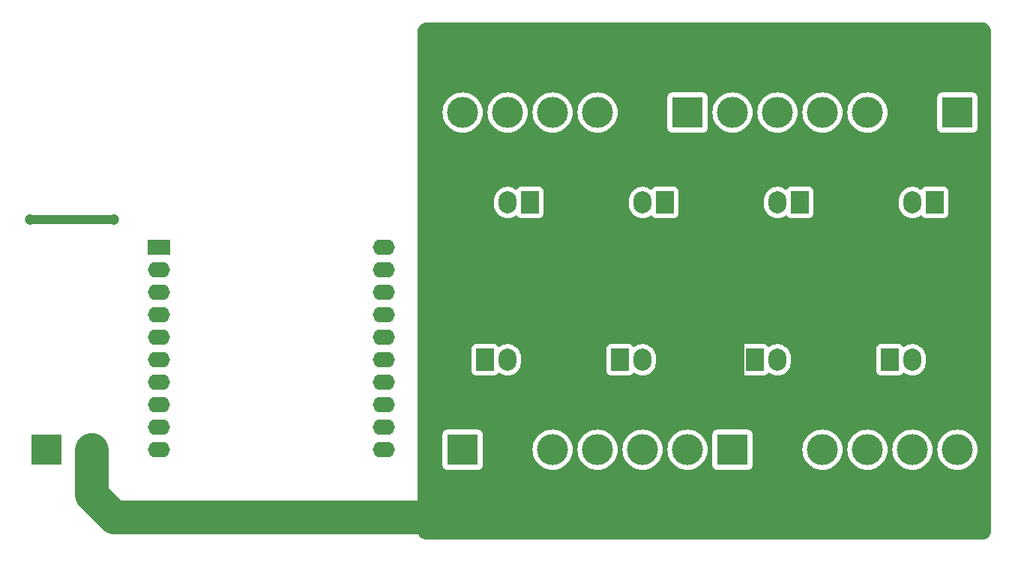
<source format=gbl>
G04 #@! TF.GenerationSoftware,KiCad,Pcbnew,(6.0.4)*
G04 #@! TF.CreationDate,2022-03-29T14:19:39-03:00*
G04 #@! TF.ProjectId,ESP-pwm_8ch-V1,4553502d-7077-46d5-9f38-63682d56312e,rev?*
G04 #@! TF.SameCoordinates,Original*
G04 #@! TF.FileFunction,Copper,L2,Bot*
G04 #@! TF.FilePolarity,Positive*
%FSLAX46Y46*%
G04 Gerber Fmt 4.6, Leading zero omitted, Abs format (unit mm)*
G04 Created by KiCad (PCBNEW (6.0.4)) date 2022-03-29 14:19:39*
%MOMM*%
%LPD*%
G01*
G04 APERTURE LIST*
G04 #@! TA.AperFunction,ComponentPad*
%ADD10R,2.500000X1.750000*%
G04 #@! TD*
G04 #@! TA.AperFunction,ComponentPad*
%ADD11O,2.500000X1.750000*%
G04 #@! TD*
G04 #@! TA.AperFunction,ComponentPad*
%ADD12R,2.000000X2.500000*%
G04 #@! TD*
G04 #@! TA.AperFunction,ComponentPad*
%ADD13O,2.000000X2.500000*%
G04 #@! TD*
G04 #@! TA.AperFunction,ComponentPad*
%ADD14R,3.500000X3.500000*%
G04 #@! TD*
G04 #@! TA.AperFunction,ComponentPad*
%ADD15C,3.500000*%
G04 #@! TD*
G04 #@! TA.AperFunction,ViaPad*
%ADD16C,1.200000*%
G04 #@! TD*
G04 #@! TA.AperFunction,Conductor*
%ADD17C,1.016000*%
G04 #@! TD*
G04 #@! TA.AperFunction,Conductor*
%ADD18C,3.810000*%
G04 #@! TD*
G04 #@! TA.AperFunction,Conductor*
%ADD19C,2.032000*%
G04 #@! TD*
G04 #@! TA.AperFunction,Conductor*
%ADD20C,1.524000*%
G04 #@! TD*
G04 APERTURE END LIST*
D10*
X82550000Y-93980000D03*
D11*
X82550000Y-96520000D03*
X82550000Y-99060000D03*
X82550000Y-101600000D03*
X82550000Y-104140000D03*
X82550000Y-106680000D03*
X82550000Y-109220000D03*
X82550000Y-111760000D03*
X82550000Y-114300000D03*
X82550000Y-116840000D03*
X107950000Y-116840000D03*
X107950000Y-114300000D03*
X107950000Y-111760000D03*
X107950000Y-109220000D03*
X107950000Y-106680000D03*
X107950000Y-104140000D03*
X107950000Y-101600000D03*
X107950000Y-99060000D03*
X107950000Y-96520000D03*
X107950000Y-93980000D03*
D12*
X134620000Y-106680000D03*
D13*
X137160000Y-106680000D03*
X139700000Y-106680000D03*
D14*
X142240000Y-78740000D03*
D15*
X137160000Y-78740000D03*
X132080000Y-78740000D03*
X127000000Y-78740000D03*
X121920000Y-78740000D03*
X116840000Y-78740000D03*
D12*
X119380000Y-106680000D03*
D13*
X121920000Y-106680000D03*
X124460000Y-106680000D03*
D12*
X139700000Y-88900000D03*
D13*
X137160000Y-88900000D03*
X134620000Y-88900000D03*
D12*
X165100000Y-106680000D03*
D13*
X167640000Y-106680000D03*
X170180000Y-106680000D03*
D14*
X147320000Y-116840000D03*
D15*
X152400000Y-116840000D03*
X157480000Y-116840000D03*
X162560000Y-116840000D03*
X167640000Y-116840000D03*
X172720000Y-116840000D03*
D12*
X149860000Y-106680000D03*
D13*
X152400000Y-106680000D03*
X154940000Y-106680000D03*
D14*
X116840000Y-116840000D03*
D15*
X121920000Y-116840000D03*
X127000000Y-116840000D03*
X132080000Y-116840000D03*
X137160000Y-116840000D03*
X142240000Y-116840000D03*
D14*
X172720000Y-78740000D03*
D15*
X167640000Y-78740000D03*
X162560000Y-78740000D03*
X157480000Y-78740000D03*
X152400000Y-78740000D03*
X147320000Y-78740000D03*
D12*
X170180000Y-88900000D03*
D13*
X167640000Y-88900000D03*
X165100000Y-88900000D03*
D12*
X154940000Y-88900000D03*
D13*
X152400000Y-88900000D03*
X149860000Y-88900000D03*
D12*
X124460000Y-88900000D03*
D13*
X121920000Y-88900000D03*
X119380000Y-88900000D03*
D14*
X69850000Y-116840000D03*
D15*
X74930000Y-116840000D03*
D16*
X67945000Y-90805000D03*
X77470000Y-90805000D03*
X173990000Y-97790000D03*
X146685000Y-100330000D03*
X113665000Y-98425000D03*
X143510000Y-95885000D03*
D17*
X67945000Y-90805000D02*
X77470000Y-90805000D01*
D18*
X154940000Y-111760000D02*
X152400000Y-111760000D01*
X121920000Y-124460000D02*
X149860000Y-124460000D01*
X113665000Y-124460000D02*
X121920000Y-124460000D01*
D19*
X124460000Y-106680000D02*
X124460000Y-111760000D01*
X170180000Y-106680000D02*
X170180000Y-111760000D01*
D18*
X77470000Y-124460000D02*
X74930000Y-121920000D01*
X167640000Y-78740000D02*
X167640000Y-83820000D01*
X146685000Y-100330000D02*
X146685000Y-109220000D01*
X134620000Y-83820000D02*
X137160000Y-83820000D01*
X149860000Y-124460000D02*
X152400000Y-121920000D01*
X143510000Y-95885000D02*
X143510000Y-86360000D01*
X149225000Y-111760000D02*
X152400000Y-111760000D01*
X139700000Y-71120000D02*
X137160000Y-73660000D01*
D20*
X113665000Y-98425000D02*
X113665000Y-109220000D01*
D18*
X152400000Y-116840000D02*
X152400000Y-111760000D01*
X167640000Y-73660000D02*
X165100000Y-71120000D01*
D19*
X139700000Y-106680000D02*
X139700000Y-111760000D01*
D20*
X113665000Y-109220000D02*
X116205000Y-111760000D01*
X113665000Y-86995000D02*
X116840000Y-83820000D01*
D19*
X134620000Y-88900000D02*
X134620000Y-83820000D01*
D18*
X137160000Y-78740000D02*
X137160000Y-83820000D01*
X165100000Y-83820000D02*
X167640000Y-83820000D01*
D20*
X116205000Y-111760000D02*
X121920000Y-111760000D01*
D19*
X119380000Y-88900000D02*
X119380000Y-83820000D01*
D18*
X121920000Y-111760000D02*
X121920000Y-116840000D01*
X74930000Y-121920000D02*
X74930000Y-116840000D01*
D19*
X165100000Y-88900000D02*
X165100000Y-83820000D01*
D18*
X119380000Y-83820000D02*
X134620000Y-83820000D01*
X121920000Y-116840000D02*
X121920000Y-124460000D01*
X149860000Y-83820000D02*
X165100000Y-83820000D01*
X137160000Y-73660000D02*
X137160000Y-78740000D01*
X139700000Y-111760000D02*
X124460000Y-111760000D01*
D20*
X116840000Y-83820000D02*
X119380000Y-83820000D01*
D18*
X170180000Y-111760000D02*
X154940000Y-111760000D01*
D20*
X113665000Y-86995000D02*
X113665000Y-98425000D01*
D18*
X173990000Y-97790000D02*
X173990000Y-86360000D01*
X121920000Y-111760000D02*
X124460000Y-111760000D01*
X143510000Y-86360000D02*
X140970000Y-83820000D01*
D19*
X149860000Y-88900000D02*
X149860000Y-83820000D01*
D18*
X140970000Y-83820000D02*
X137160000Y-83820000D01*
X77470000Y-124460000D02*
X113665000Y-124460000D01*
X171450000Y-83820000D02*
X167640000Y-83820000D01*
X152400000Y-121920000D02*
X152400000Y-116840000D01*
X167640000Y-78740000D02*
X167640000Y-73660000D01*
X165100000Y-71120000D02*
X139700000Y-71120000D01*
X146685000Y-109220000D02*
X149225000Y-111760000D01*
X173990000Y-86360000D02*
X171450000Y-83820000D01*
D19*
X154940000Y-106680000D02*
X154940000Y-111760000D01*
G04 #@! TA.AperFunction,Conductor*
G36*
X175536163Y-68580607D02*
G01*
X175712740Y-68597999D01*
X175736957Y-68602815D01*
X175900809Y-68652518D01*
X175923629Y-68661971D01*
X176074631Y-68742683D01*
X176095158Y-68756399D01*
X176227521Y-68865026D01*
X176244974Y-68882479D01*
X176353601Y-69014842D01*
X176367319Y-69035372D01*
X176448029Y-69186371D01*
X176457482Y-69209190D01*
X176507185Y-69373043D01*
X176512002Y-69397263D01*
X176529393Y-69573837D01*
X176530000Y-69586187D01*
X176530000Y-125993813D01*
X176529393Y-126006163D01*
X176512002Y-126182737D01*
X176507185Y-126206957D01*
X176457482Y-126370809D01*
X176448029Y-126393629D01*
X176367319Y-126544628D01*
X176353601Y-126565158D01*
X176244974Y-126697521D01*
X176227521Y-126714974D01*
X176095158Y-126823601D01*
X176074631Y-126837317D01*
X175982417Y-126886607D01*
X175923629Y-126918029D01*
X175900810Y-126927482D01*
X175736957Y-126977185D01*
X175712740Y-126982001D01*
X175536163Y-126999393D01*
X175523813Y-127000000D01*
X112766187Y-127000000D01*
X112753837Y-126999393D01*
X112577260Y-126982001D01*
X112553043Y-126977185D01*
X112389190Y-126927482D01*
X112366371Y-126918029D01*
X112307583Y-126886607D01*
X112215369Y-126837317D01*
X112194842Y-126823601D01*
X112062479Y-126714974D01*
X112045026Y-126697521D01*
X111936399Y-126565158D01*
X111922681Y-126544628D01*
X111841971Y-126393629D01*
X111832518Y-126370809D01*
X111782815Y-126206957D01*
X111777998Y-126182737D01*
X111760607Y-126006163D01*
X111760000Y-125993813D01*
X111760000Y-118638134D01*
X114581500Y-118638134D01*
X114588255Y-118700316D01*
X114639385Y-118836705D01*
X114726739Y-118953261D01*
X114843295Y-119040615D01*
X114979684Y-119091745D01*
X115041866Y-119098500D01*
X118638134Y-119098500D01*
X118700316Y-119091745D01*
X118836705Y-119040615D01*
X118953261Y-118953261D01*
X119040615Y-118836705D01*
X119091745Y-118700316D01*
X119098500Y-118638134D01*
X119098500Y-116840000D01*
X124736654Y-116840000D01*
X124756017Y-117135426D01*
X124813776Y-117425797D01*
X124908941Y-117706145D01*
X125039885Y-117971673D01*
X125204367Y-118217838D01*
X125207081Y-118220932D01*
X125207085Y-118220938D01*
X125396864Y-118437338D01*
X125399573Y-118440427D01*
X125402662Y-118443136D01*
X125619062Y-118632915D01*
X125619068Y-118632919D01*
X125622162Y-118635633D01*
X125625588Y-118637922D01*
X125625593Y-118637926D01*
X125718967Y-118700316D01*
X125868327Y-118800115D01*
X125872026Y-118801939D01*
X125872031Y-118801942D01*
X125925474Y-118828297D01*
X126133855Y-118931059D01*
X126137760Y-118932384D01*
X126137761Y-118932385D01*
X126410290Y-119024896D01*
X126410294Y-119024897D01*
X126414203Y-119026224D01*
X126418247Y-119027028D01*
X126418253Y-119027030D01*
X126700535Y-119083180D01*
X126700541Y-119083181D01*
X126704574Y-119083983D01*
X126708679Y-119084252D01*
X126708686Y-119084253D01*
X126995881Y-119103076D01*
X127000000Y-119103346D01*
X127004119Y-119103076D01*
X127291314Y-119084253D01*
X127291321Y-119084252D01*
X127295426Y-119083983D01*
X127299459Y-119083181D01*
X127299465Y-119083180D01*
X127581747Y-119027030D01*
X127581753Y-119027028D01*
X127585797Y-119026224D01*
X127589706Y-119024897D01*
X127589710Y-119024896D01*
X127862239Y-118932385D01*
X127862240Y-118932384D01*
X127866145Y-118931059D01*
X128074526Y-118828297D01*
X128127969Y-118801942D01*
X128127974Y-118801939D01*
X128131673Y-118800115D01*
X128281033Y-118700316D01*
X128374407Y-118637926D01*
X128374412Y-118637922D01*
X128377838Y-118635633D01*
X128380932Y-118632919D01*
X128380938Y-118632915D01*
X128597338Y-118443136D01*
X128600427Y-118440427D01*
X128603136Y-118437338D01*
X128792915Y-118220938D01*
X128792919Y-118220932D01*
X128795633Y-118217838D01*
X128960115Y-117971673D01*
X129091059Y-117706145D01*
X129186224Y-117425797D01*
X129243983Y-117135426D01*
X129263346Y-116840000D01*
X129816654Y-116840000D01*
X129836017Y-117135426D01*
X129893776Y-117425797D01*
X129988941Y-117706145D01*
X130119885Y-117971673D01*
X130284367Y-118217838D01*
X130287081Y-118220932D01*
X130287085Y-118220938D01*
X130476864Y-118437338D01*
X130479573Y-118440427D01*
X130482662Y-118443136D01*
X130699062Y-118632915D01*
X130699068Y-118632919D01*
X130702162Y-118635633D01*
X130705588Y-118637922D01*
X130705593Y-118637926D01*
X130798967Y-118700316D01*
X130948327Y-118800115D01*
X130952026Y-118801939D01*
X130952031Y-118801942D01*
X131005474Y-118828297D01*
X131213855Y-118931059D01*
X131217760Y-118932384D01*
X131217761Y-118932385D01*
X131490290Y-119024896D01*
X131490294Y-119024897D01*
X131494203Y-119026224D01*
X131498247Y-119027028D01*
X131498253Y-119027030D01*
X131780535Y-119083180D01*
X131780541Y-119083181D01*
X131784574Y-119083983D01*
X131788679Y-119084252D01*
X131788686Y-119084253D01*
X132075881Y-119103076D01*
X132080000Y-119103346D01*
X132084119Y-119103076D01*
X132371314Y-119084253D01*
X132371321Y-119084252D01*
X132375426Y-119083983D01*
X132379459Y-119083181D01*
X132379465Y-119083180D01*
X132661747Y-119027030D01*
X132661753Y-119027028D01*
X132665797Y-119026224D01*
X132669706Y-119024897D01*
X132669710Y-119024896D01*
X132942239Y-118932385D01*
X132942240Y-118932384D01*
X132946145Y-118931059D01*
X133154526Y-118828297D01*
X133207969Y-118801942D01*
X133207974Y-118801939D01*
X133211673Y-118800115D01*
X133361033Y-118700316D01*
X133454407Y-118637926D01*
X133454412Y-118637922D01*
X133457838Y-118635633D01*
X133460932Y-118632919D01*
X133460938Y-118632915D01*
X133677338Y-118443136D01*
X133680427Y-118440427D01*
X133683136Y-118437338D01*
X133872915Y-118220938D01*
X133872919Y-118220932D01*
X133875633Y-118217838D01*
X134040115Y-117971673D01*
X134171059Y-117706145D01*
X134266224Y-117425797D01*
X134323983Y-117135426D01*
X134343346Y-116840000D01*
X134896654Y-116840000D01*
X134916017Y-117135426D01*
X134973776Y-117425797D01*
X135068941Y-117706145D01*
X135199885Y-117971673D01*
X135364367Y-118217838D01*
X135367081Y-118220932D01*
X135367085Y-118220938D01*
X135556864Y-118437338D01*
X135559573Y-118440427D01*
X135562662Y-118443136D01*
X135779062Y-118632915D01*
X135779068Y-118632919D01*
X135782162Y-118635633D01*
X135785588Y-118637922D01*
X135785593Y-118637926D01*
X135878967Y-118700316D01*
X136028327Y-118800115D01*
X136032026Y-118801939D01*
X136032031Y-118801942D01*
X136085474Y-118828297D01*
X136293855Y-118931059D01*
X136297760Y-118932384D01*
X136297761Y-118932385D01*
X136570290Y-119024896D01*
X136570294Y-119024897D01*
X136574203Y-119026224D01*
X136578247Y-119027028D01*
X136578253Y-119027030D01*
X136860535Y-119083180D01*
X136860541Y-119083181D01*
X136864574Y-119083983D01*
X136868679Y-119084252D01*
X136868686Y-119084253D01*
X137155881Y-119103076D01*
X137160000Y-119103346D01*
X137164119Y-119103076D01*
X137451314Y-119084253D01*
X137451321Y-119084252D01*
X137455426Y-119083983D01*
X137459459Y-119083181D01*
X137459465Y-119083180D01*
X137741747Y-119027030D01*
X137741753Y-119027028D01*
X137745797Y-119026224D01*
X137749706Y-119024897D01*
X137749710Y-119024896D01*
X138022239Y-118932385D01*
X138022240Y-118932384D01*
X138026145Y-118931059D01*
X138234526Y-118828297D01*
X138287969Y-118801942D01*
X138287974Y-118801939D01*
X138291673Y-118800115D01*
X138441033Y-118700316D01*
X138534407Y-118637926D01*
X138534412Y-118637922D01*
X138537838Y-118635633D01*
X138540932Y-118632919D01*
X138540938Y-118632915D01*
X138757338Y-118443136D01*
X138760427Y-118440427D01*
X138763136Y-118437338D01*
X138952915Y-118220938D01*
X138952919Y-118220932D01*
X138955633Y-118217838D01*
X139120115Y-117971673D01*
X139251059Y-117706145D01*
X139346224Y-117425797D01*
X139403983Y-117135426D01*
X139423346Y-116840000D01*
X139976654Y-116840000D01*
X139996017Y-117135426D01*
X140053776Y-117425797D01*
X140148941Y-117706145D01*
X140279885Y-117971673D01*
X140444367Y-118217838D01*
X140447081Y-118220932D01*
X140447085Y-118220938D01*
X140636864Y-118437338D01*
X140639573Y-118440427D01*
X140642662Y-118443136D01*
X140859062Y-118632915D01*
X140859068Y-118632919D01*
X140862162Y-118635633D01*
X140865588Y-118637922D01*
X140865593Y-118637926D01*
X140958967Y-118700316D01*
X141108327Y-118800115D01*
X141112026Y-118801939D01*
X141112031Y-118801942D01*
X141165474Y-118828297D01*
X141373855Y-118931059D01*
X141377760Y-118932384D01*
X141377761Y-118932385D01*
X141650290Y-119024896D01*
X141650294Y-119024897D01*
X141654203Y-119026224D01*
X141658247Y-119027028D01*
X141658253Y-119027030D01*
X141940535Y-119083180D01*
X141940541Y-119083181D01*
X141944574Y-119083983D01*
X141948679Y-119084252D01*
X141948686Y-119084253D01*
X142235881Y-119103076D01*
X142240000Y-119103346D01*
X142244119Y-119103076D01*
X142531314Y-119084253D01*
X142531321Y-119084252D01*
X142535426Y-119083983D01*
X142539459Y-119083181D01*
X142539465Y-119083180D01*
X142821747Y-119027030D01*
X142821753Y-119027028D01*
X142825797Y-119026224D01*
X142829706Y-119024897D01*
X142829710Y-119024896D01*
X143102239Y-118932385D01*
X143102240Y-118932384D01*
X143106145Y-118931059D01*
X143314526Y-118828297D01*
X143367969Y-118801942D01*
X143367974Y-118801939D01*
X143371673Y-118800115D01*
X143521033Y-118700316D01*
X143614096Y-118638134D01*
X145061500Y-118638134D01*
X145068255Y-118700316D01*
X145119385Y-118836705D01*
X145206739Y-118953261D01*
X145323295Y-119040615D01*
X145459684Y-119091745D01*
X145521866Y-119098500D01*
X149118134Y-119098500D01*
X149180316Y-119091745D01*
X149316705Y-119040615D01*
X149433261Y-118953261D01*
X149520615Y-118836705D01*
X149571745Y-118700316D01*
X149578500Y-118638134D01*
X149578500Y-116840000D01*
X155216654Y-116840000D01*
X155236017Y-117135426D01*
X155293776Y-117425797D01*
X155388941Y-117706145D01*
X155519885Y-117971673D01*
X155684367Y-118217838D01*
X155687081Y-118220932D01*
X155687085Y-118220938D01*
X155876864Y-118437338D01*
X155879573Y-118440427D01*
X155882662Y-118443136D01*
X156099062Y-118632915D01*
X156099068Y-118632919D01*
X156102162Y-118635633D01*
X156105588Y-118637922D01*
X156105593Y-118637926D01*
X156198967Y-118700316D01*
X156348327Y-118800115D01*
X156352026Y-118801939D01*
X156352031Y-118801942D01*
X156405474Y-118828297D01*
X156613855Y-118931059D01*
X156617760Y-118932384D01*
X156617761Y-118932385D01*
X156890290Y-119024896D01*
X156890294Y-119024897D01*
X156894203Y-119026224D01*
X156898247Y-119027028D01*
X156898253Y-119027030D01*
X157180535Y-119083180D01*
X157180541Y-119083181D01*
X157184574Y-119083983D01*
X157188679Y-119084252D01*
X157188686Y-119084253D01*
X157475881Y-119103076D01*
X157480000Y-119103346D01*
X157484119Y-119103076D01*
X157771314Y-119084253D01*
X157771321Y-119084252D01*
X157775426Y-119083983D01*
X157779459Y-119083181D01*
X157779465Y-119083180D01*
X158061747Y-119027030D01*
X158061753Y-119027028D01*
X158065797Y-119026224D01*
X158069706Y-119024897D01*
X158069710Y-119024896D01*
X158342239Y-118932385D01*
X158342240Y-118932384D01*
X158346145Y-118931059D01*
X158554526Y-118828297D01*
X158607969Y-118801942D01*
X158607974Y-118801939D01*
X158611673Y-118800115D01*
X158761033Y-118700316D01*
X158854407Y-118637926D01*
X158854412Y-118637922D01*
X158857838Y-118635633D01*
X158860932Y-118632919D01*
X158860938Y-118632915D01*
X159077338Y-118443136D01*
X159080427Y-118440427D01*
X159083136Y-118437338D01*
X159272915Y-118220938D01*
X159272919Y-118220932D01*
X159275633Y-118217838D01*
X159440115Y-117971673D01*
X159571059Y-117706145D01*
X159666224Y-117425797D01*
X159723983Y-117135426D01*
X159743346Y-116840000D01*
X160296654Y-116840000D01*
X160316017Y-117135426D01*
X160373776Y-117425797D01*
X160468941Y-117706145D01*
X160599885Y-117971673D01*
X160764367Y-118217838D01*
X160767081Y-118220932D01*
X160767085Y-118220938D01*
X160956864Y-118437338D01*
X160959573Y-118440427D01*
X160962662Y-118443136D01*
X161179062Y-118632915D01*
X161179068Y-118632919D01*
X161182162Y-118635633D01*
X161185588Y-118637922D01*
X161185593Y-118637926D01*
X161278967Y-118700316D01*
X161428327Y-118800115D01*
X161432026Y-118801939D01*
X161432031Y-118801942D01*
X161485474Y-118828297D01*
X161693855Y-118931059D01*
X161697760Y-118932384D01*
X161697761Y-118932385D01*
X161970290Y-119024896D01*
X161970294Y-119024897D01*
X161974203Y-119026224D01*
X161978247Y-119027028D01*
X161978253Y-119027030D01*
X162260535Y-119083180D01*
X162260541Y-119083181D01*
X162264574Y-119083983D01*
X162268679Y-119084252D01*
X162268686Y-119084253D01*
X162555881Y-119103076D01*
X162560000Y-119103346D01*
X162564119Y-119103076D01*
X162851314Y-119084253D01*
X162851321Y-119084252D01*
X162855426Y-119083983D01*
X162859459Y-119083181D01*
X162859465Y-119083180D01*
X163141747Y-119027030D01*
X163141753Y-119027028D01*
X163145797Y-119026224D01*
X163149706Y-119024897D01*
X163149710Y-119024896D01*
X163422239Y-118932385D01*
X163422240Y-118932384D01*
X163426145Y-118931059D01*
X163634526Y-118828297D01*
X163687969Y-118801942D01*
X163687974Y-118801939D01*
X163691673Y-118800115D01*
X163841033Y-118700316D01*
X163934407Y-118637926D01*
X163934412Y-118637922D01*
X163937838Y-118635633D01*
X163940932Y-118632919D01*
X163940938Y-118632915D01*
X164157338Y-118443136D01*
X164160427Y-118440427D01*
X164163136Y-118437338D01*
X164352915Y-118220938D01*
X164352919Y-118220932D01*
X164355633Y-118217838D01*
X164520115Y-117971673D01*
X164651059Y-117706145D01*
X164746224Y-117425797D01*
X164803983Y-117135426D01*
X164823346Y-116840000D01*
X165376654Y-116840000D01*
X165396017Y-117135426D01*
X165453776Y-117425797D01*
X165548941Y-117706145D01*
X165679885Y-117971673D01*
X165844367Y-118217838D01*
X165847081Y-118220932D01*
X165847085Y-118220938D01*
X166036864Y-118437338D01*
X166039573Y-118440427D01*
X166042662Y-118443136D01*
X166259062Y-118632915D01*
X166259068Y-118632919D01*
X166262162Y-118635633D01*
X166265588Y-118637922D01*
X166265593Y-118637926D01*
X166358967Y-118700316D01*
X166508327Y-118800115D01*
X166512026Y-118801939D01*
X166512031Y-118801942D01*
X166565474Y-118828297D01*
X166773855Y-118931059D01*
X166777760Y-118932384D01*
X166777761Y-118932385D01*
X167050290Y-119024896D01*
X167050294Y-119024897D01*
X167054203Y-119026224D01*
X167058247Y-119027028D01*
X167058253Y-119027030D01*
X167340535Y-119083180D01*
X167340541Y-119083181D01*
X167344574Y-119083983D01*
X167348679Y-119084252D01*
X167348686Y-119084253D01*
X167635881Y-119103076D01*
X167640000Y-119103346D01*
X167644119Y-119103076D01*
X167931314Y-119084253D01*
X167931321Y-119084252D01*
X167935426Y-119083983D01*
X167939459Y-119083181D01*
X167939465Y-119083180D01*
X168221747Y-119027030D01*
X168221753Y-119027028D01*
X168225797Y-119026224D01*
X168229706Y-119024897D01*
X168229710Y-119024896D01*
X168502239Y-118932385D01*
X168502240Y-118932384D01*
X168506145Y-118931059D01*
X168714526Y-118828297D01*
X168767969Y-118801942D01*
X168767974Y-118801939D01*
X168771673Y-118800115D01*
X168921033Y-118700316D01*
X169014407Y-118637926D01*
X169014412Y-118637922D01*
X169017838Y-118635633D01*
X169020932Y-118632919D01*
X169020938Y-118632915D01*
X169237338Y-118443136D01*
X169240427Y-118440427D01*
X169243136Y-118437338D01*
X169432915Y-118220938D01*
X169432919Y-118220932D01*
X169435633Y-118217838D01*
X169600115Y-117971673D01*
X169731059Y-117706145D01*
X169826224Y-117425797D01*
X169883983Y-117135426D01*
X169903346Y-116840000D01*
X170456654Y-116840000D01*
X170476017Y-117135426D01*
X170533776Y-117425797D01*
X170628941Y-117706145D01*
X170759885Y-117971673D01*
X170924367Y-118217838D01*
X170927081Y-118220932D01*
X170927085Y-118220938D01*
X171116864Y-118437338D01*
X171119573Y-118440427D01*
X171122662Y-118443136D01*
X171339062Y-118632915D01*
X171339068Y-118632919D01*
X171342162Y-118635633D01*
X171345588Y-118637922D01*
X171345593Y-118637926D01*
X171438967Y-118700316D01*
X171588327Y-118800115D01*
X171592026Y-118801939D01*
X171592031Y-118801942D01*
X171645474Y-118828297D01*
X171853855Y-118931059D01*
X171857760Y-118932384D01*
X171857761Y-118932385D01*
X172130290Y-119024896D01*
X172130294Y-119024897D01*
X172134203Y-119026224D01*
X172138247Y-119027028D01*
X172138253Y-119027030D01*
X172420535Y-119083180D01*
X172420541Y-119083181D01*
X172424574Y-119083983D01*
X172428679Y-119084252D01*
X172428686Y-119084253D01*
X172715881Y-119103076D01*
X172720000Y-119103346D01*
X172724119Y-119103076D01*
X173011314Y-119084253D01*
X173011321Y-119084252D01*
X173015426Y-119083983D01*
X173019459Y-119083181D01*
X173019465Y-119083180D01*
X173301747Y-119027030D01*
X173301753Y-119027028D01*
X173305797Y-119026224D01*
X173309706Y-119024897D01*
X173309710Y-119024896D01*
X173582239Y-118932385D01*
X173582240Y-118932384D01*
X173586145Y-118931059D01*
X173794526Y-118828297D01*
X173847969Y-118801942D01*
X173847974Y-118801939D01*
X173851673Y-118800115D01*
X174001033Y-118700316D01*
X174094407Y-118637926D01*
X174094412Y-118637922D01*
X174097838Y-118635633D01*
X174100932Y-118632919D01*
X174100938Y-118632915D01*
X174317338Y-118443136D01*
X174320427Y-118440427D01*
X174323136Y-118437338D01*
X174512915Y-118220938D01*
X174512919Y-118220932D01*
X174515633Y-118217838D01*
X174680115Y-117971673D01*
X174811059Y-117706145D01*
X174906224Y-117425797D01*
X174963983Y-117135426D01*
X174983346Y-116840000D01*
X174963983Y-116544574D01*
X174906224Y-116254203D01*
X174811059Y-115973855D01*
X174680115Y-115708327D01*
X174515633Y-115462162D01*
X174512919Y-115459068D01*
X174512915Y-115459062D01*
X174323136Y-115242662D01*
X174320427Y-115239573D01*
X174317338Y-115236864D01*
X174100938Y-115047085D01*
X174100932Y-115047081D01*
X174097838Y-115044367D01*
X174094412Y-115042078D01*
X174094407Y-115042074D01*
X173855106Y-114882179D01*
X173851673Y-114879885D01*
X173847974Y-114878061D01*
X173847969Y-114878058D01*
X173711687Y-114810852D01*
X173586145Y-114748941D01*
X173582239Y-114747615D01*
X173309710Y-114655104D01*
X173309706Y-114655103D01*
X173305797Y-114653776D01*
X173301753Y-114652972D01*
X173301747Y-114652970D01*
X173019465Y-114596820D01*
X173019459Y-114596819D01*
X173015426Y-114596017D01*
X173011321Y-114595748D01*
X173011314Y-114595747D01*
X172724119Y-114576924D01*
X172720000Y-114576654D01*
X172715881Y-114576924D01*
X172428686Y-114595747D01*
X172428679Y-114595748D01*
X172424574Y-114596017D01*
X172420541Y-114596819D01*
X172420535Y-114596820D01*
X172138253Y-114652970D01*
X172138247Y-114652972D01*
X172134203Y-114653776D01*
X172130294Y-114655103D01*
X172130290Y-114655104D01*
X171857761Y-114747615D01*
X171853855Y-114748941D01*
X171728313Y-114810852D01*
X171592031Y-114878058D01*
X171592026Y-114878061D01*
X171588327Y-114879885D01*
X171584894Y-114882179D01*
X171345593Y-115042074D01*
X171345588Y-115042078D01*
X171342162Y-115044367D01*
X171339068Y-115047081D01*
X171339062Y-115047085D01*
X171122662Y-115236864D01*
X171119573Y-115239573D01*
X171116864Y-115242662D01*
X170927085Y-115459062D01*
X170927081Y-115459068D01*
X170924367Y-115462162D01*
X170759885Y-115708327D01*
X170628941Y-115973855D01*
X170533776Y-116254203D01*
X170476017Y-116544574D01*
X170456654Y-116840000D01*
X169903346Y-116840000D01*
X169883983Y-116544574D01*
X169826224Y-116254203D01*
X169731059Y-115973855D01*
X169600115Y-115708327D01*
X169435633Y-115462162D01*
X169432919Y-115459068D01*
X169432915Y-115459062D01*
X169243136Y-115242662D01*
X169240427Y-115239573D01*
X169237338Y-115236864D01*
X169020938Y-115047085D01*
X169020932Y-115047081D01*
X169017838Y-115044367D01*
X169014412Y-115042078D01*
X169014407Y-115042074D01*
X168775106Y-114882179D01*
X168771673Y-114879885D01*
X168767974Y-114878061D01*
X168767969Y-114878058D01*
X168631687Y-114810852D01*
X168506145Y-114748941D01*
X168502239Y-114747615D01*
X168229710Y-114655104D01*
X168229706Y-114655103D01*
X168225797Y-114653776D01*
X168221753Y-114652972D01*
X168221747Y-114652970D01*
X167939465Y-114596820D01*
X167939459Y-114596819D01*
X167935426Y-114596017D01*
X167931321Y-114595748D01*
X167931314Y-114595747D01*
X167644119Y-114576924D01*
X167640000Y-114576654D01*
X167635881Y-114576924D01*
X167348686Y-114595747D01*
X167348679Y-114595748D01*
X167344574Y-114596017D01*
X167340541Y-114596819D01*
X167340535Y-114596820D01*
X167058253Y-114652970D01*
X167058247Y-114652972D01*
X167054203Y-114653776D01*
X167050294Y-114655103D01*
X167050290Y-114655104D01*
X166777761Y-114747615D01*
X166773855Y-114748941D01*
X166648313Y-114810852D01*
X166512031Y-114878058D01*
X166512026Y-114878061D01*
X166508327Y-114879885D01*
X166504894Y-114882179D01*
X166265593Y-115042074D01*
X166265588Y-115042078D01*
X166262162Y-115044367D01*
X166259068Y-115047081D01*
X166259062Y-115047085D01*
X166042662Y-115236864D01*
X166039573Y-115239573D01*
X166036864Y-115242662D01*
X165847085Y-115459062D01*
X165847081Y-115459068D01*
X165844367Y-115462162D01*
X165679885Y-115708327D01*
X165548941Y-115973855D01*
X165453776Y-116254203D01*
X165396017Y-116544574D01*
X165376654Y-116840000D01*
X164823346Y-116840000D01*
X164803983Y-116544574D01*
X164746224Y-116254203D01*
X164651059Y-115973855D01*
X164520115Y-115708327D01*
X164355633Y-115462162D01*
X164352919Y-115459068D01*
X164352915Y-115459062D01*
X164163136Y-115242662D01*
X164160427Y-115239573D01*
X164157338Y-115236864D01*
X163940938Y-115047085D01*
X163940932Y-115047081D01*
X163937838Y-115044367D01*
X163934412Y-115042078D01*
X163934407Y-115042074D01*
X163695106Y-114882179D01*
X163691673Y-114879885D01*
X163687974Y-114878061D01*
X163687969Y-114878058D01*
X163551687Y-114810852D01*
X163426145Y-114748941D01*
X163422239Y-114747615D01*
X163149710Y-114655104D01*
X163149706Y-114655103D01*
X163145797Y-114653776D01*
X163141753Y-114652972D01*
X163141747Y-114652970D01*
X162859465Y-114596820D01*
X162859459Y-114596819D01*
X162855426Y-114596017D01*
X162851321Y-114595748D01*
X162851314Y-114595747D01*
X162564119Y-114576924D01*
X162560000Y-114576654D01*
X162555881Y-114576924D01*
X162268686Y-114595747D01*
X162268679Y-114595748D01*
X162264574Y-114596017D01*
X162260541Y-114596819D01*
X162260535Y-114596820D01*
X161978253Y-114652970D01*
X161978247Y-114652972D01*
X161974203Y-114653776D01*
X161970294Y-114655103D01*
X161970290Y-114655104D01*
X161697761Y-114747615D01*
X161693855Y-114748941D01*
X161568313Y-114810852D01*
X161432031Y-114878058D01*
X161432026Y-114878061D01*
X161428327Y-114879885D01*
X161424894Y-114882179D01*
X161185593Y-115042074D01*
X161185588Y-115042078D01*
X161182162Y-115044367D01*
X161179068Y-115047081D01*
X161179062Y-115047085D01*
X160962662Y-115236864D01*
X160959573Y-115239573D01*
X160956864Y-115242662D01*
X160767085Y-115459062D01*
X160767081Y-115459068D01*
X160764367Y-115462162D01*
X160599885Y-115708327D01*
X160468941Y-115973855D01*
X160373776Y-116254203D01*
X160316017Y-116544574D01*
X160296654Y-116840000D01*
X159743346Y-116840000D01*
X159723983Y-116544574D01*
X159666224Y-116254203D01*
X159571059Y-115973855D01*
X159440115Y-115708327D01*
X159275633Y-115462162D01*
X159272919Y-115459068D01*
X159272915Y-115459062D01*
X159083136Y-115242662D01*
X159080427Y-115239573D01*
X159077338Y-115236864D01*
X158860938Y-115047085D01*
X158860932Y-115047081D01*
X158857838Y-115044367D01*
X158854412Y-115042078D01*
X158854407Y-115042074D01*
X158615106Y-114882179D01*
X158611673Y-114879885D01*
X158607974Y-114878061D01*
X158607969Y-114878058D01*
X158471687Y-114810852D01*
X158346145Y-114748941D01*
X158342239Y-114747615D01*
X158069710Y-114655104D01*
X158069706Y-114655103D01*
X158065797Y-114653776D01*
X158061753Y-114652972D01*
X158061747Y-114652970D01*
X157779465Y-114596820D01*
X157779459Y-114596819D01*
X157775426Y-114596017D01*
X157771321Y-114595748D01*
X157771314Y-114595747D01*
X157484119Y-114576924D01*
X157480000Y-114576654D01*
X157475881Y-114576924D01*
X157188686Y-114595747D01*
X157188679Y-114595748D01*
X157184574Y-114596017D01*
X157180541Y-114596819D01*
X157180535Y-114596820D01*
X156898253Y-114652970D01*
X156898247Y-114652972D01*
X156894203Y-114653776D01*
X156890294Y-114655103D01*
X156890290Y-114655104D01*
X156617761Y-114747615D01*
X156613855Y-114748941D01*
X156488313Y-114810852D01*
X156352031Y-114878058D01*
X156352026Y-114878061D01*
X156348327Y-114879885D01*
X156344894Y-114882179D01*
X156105593Y-115042074D01*
X156105588Y-115042078D01*
X156102162Y-115044367D01*
X156099068Y-115047081D01*
X156099062Y-115047085D01*
X155882662Y-115236864D01*
X155879573Y-115239573D01*
X155876864Y-115242662D01*
X155687085Y-115459062D01*
X155687081Y-115459068D01*
X155684367Y-115462162D01*
X155519885Y-115708327D01*
X155388941Y-115973855D01*
X155293776Y-116254203D01*
X155236017Y-116544574D01*
X155216654Y-116840000D01*
X149578500Y-116840000D01*
X149578500Y-115041866D01*
X149571745Y-114979684D01*
X149520615Y-114843295D01*
X149433261Y-114726739D01*
X149316705Y-114639385D01*
X149180316Y-114588255D01*
X149118134Y-114581500D01*
X145521866Y-114581500D01*
X145459684Y-114588255D01*
X145323295Y-114639385D01*
X145206739Y-114726739D01*
X145119385Y-114843295D01*
X145068255Y-114979684D01*
X145061500Y-115041866D01*
X145061500Y-118638134D01*
X143614096Y-118638134D01*
X143614407Y-118637926D01*
X143614412Y-118637922D01*
X143617838Y-118635633D01*
X143620932Y-118632919D01*
X143620938Y-118632915D01*
X143837338Y-118443136D01*
X143840427Y-118440427D01*
X143843136Y-118437338D01*
X144032915Y-118220938D01*
X144032919Y-118220932D01*
X144035633Y-118217838D01*
X144200115Y-117971673D01*
X144331059Y-117706145D01*
X144426224Y-117425797D01*
X144483983Y-117135426D01*
X144503346Y-116840000D01*
X144483983Y-116544574D01*
X144426224Y-116254203D01*
X144331059Y-115973855D01*
X144200115Y-115708327D01*
X144035633Y-115462162D01*
X144032919Y-115459068D01*
X144032915Y-115459062D01*
X143843136Y-115242662D01*
X143840427Y-115239573D01*
X143837338Y-115236864D01*
X143620938Y-115047085D01*
X143620932Y-115047081D01*
X143617838Y-115044367D01*
X143614412Y-115042078D01*
X143614407Y-115042074D01*
X143375106Y-114882179D01*
X143371673Y-114879885D01*
X143367974Y-114878061D01*
X143367969Y-114878058D01*
X143231687Y-114810852D01*
X143106145Y-114748941D01*
X143102239Y-114747615D01*
X142829710Y-114655104D01*
X142829706Y-114655103D01*
X142825797Y-114653776D01*
X142821753Y-114652972D01*
X142821747Y-114652970D01*
X142539465Y-114596820D01*
X142539459Y-114596819D01*
X142535426Y-114596017D01*
X142531321Y-114595748D01*
X142531314Y-114595747D01*
X142244119Y-114576924D01*
X142240000Y-114576654D01*
X142235881Y-114576924D01*
X141948686Y-114595747D01*
X141948679Y-114595748D01*
X141944574Y-114596017D01*
X141940541Y-114596819D01*
X141940535Y-114596820D01*
X141658253Y-114652970D01*
X141658247Y-114652972D01*
X141654203Y-114653776D01*
X141650294Y-114655103D01*
X141650290Y-114655104D01*
X141377761Y-114747615D01*
X141373855Y-114748941D01*
X141248313Y-114810852D01*
X141112031Y-114878058D01*
X141112026Y-114878061D01*
X141108327Y-114879885D01*
X141104894Y-114882179D01*
X140865593Y-115042074D01*
X140865588Y-115042078D01*
X140862162Y-115044367D01*
X140859068Y-115047081D01*
X140859062Y-115047085D01*
X140642662Y-115236864D01*
X140639573Y-115239573D01*
X140636864Y-115242662D01*
X140447085Y-115459062D01*
X140447081Y-115459068D01*
X140444367Y-115462162D01*
X140279885Y-115708327D01*
X140148941Y-115973855D01*
X140053776Y-116254203D01*
X139996017Y-116544574D01*
X139976654Y-116840000D01*
X139423346Y-116840000D01*
X139403983Y-116544574D01*
X139346224Y-116254203D01*
X139251059Y-115973855D01*
X139120115Y-115708327D01*
X138955633Y-115462162D01*
X138952919Y-115459068D01*
X138952915Y-115459062D01*
X138763136Y-115242662D01*
X138760427Y-115239573D01*
X138757338Y-115236864D01*
X138540938Y-115047085D01*
X138540932Y-115047081D01*
X138537838Y-115044367D01*
X138534412Y-115042078D01*
X138534407Y-115042074D01*
X138295106Y-114882179D01*
X138291673Y-114879885D01*
X138287974Y-114878061D01*
X138287969Y-114878058D01*
X138151687Y-114810852D01*
X138026145Y-114748941D01*
X138022239Y-114747615D01*
X137749710Y-114655104D01*
X137749706Y-114655103D01*
X137745797Y-114653776D01*
X137741753Y-114652972D01*
X137741747Y-114652970D01*
X137459465Y-114596820D01*
X137459459Y-114596819D01*
X137455426Y-114596017D01*
X137451321Y-114595748D01*
X137451314Y-114595747D01*
X137164119Y-114576924D01*
X137160000Y-114576654D01*
X137155881Y-114576924D01*
X136868686Y-114595747D01*
X136868679Y-114595748D01*
X136864574Y-114596017D01*
X136860541Y-114596819D01*
X136860535Y-114596820D01*
X136578253Y-114652970D01*
X136578247Y-114652972D01*
X136574203Y-114653776D01*
X136570294Y-114655103D01*
X136570290Y-114655104D01*
X136297761Y-114747615D01*
X136293855Y-114748941D01*
X136168313Y-114810852D01*
X136032031Y-114878058D01*
X136032026Y-114878061D01*
X136028327Y-114879885D01*
X136024894Y-114882179D01*
X135785593Y-115042074D01*
X135785588Y-115042078D01*
X135782162Y-115044367D01*
X135779068Y-115047081D01*
X135779062Y-115047085D01*
X135562662Y-115236864D01*
X135559573Y-115239573D01*
X135556864Y-115242662D01*
X135367085Y-115459062D01*
X135367081Y-115459068D01*
X135364367Y-115462162D01*
X135199885Y-115708327D01*
X135068941Y-115973855D01*
X134973776Y-116254203D01*
X134916017Y-116544574D01*
X134896654Y-116840000D01*
X134343346Y-116840000D01*
X134323983Y-116544574D01*
X134266224Y-116254203D01*
X134171059Y-115973855D01*
X134040115Y-115708327D01*
X133875633Y-115462162D01*
X133872919Y-115459068D01*
X133872915Y-115459062D01*
X133683136Y-115242662D01*
X133680427Y-115239573D01*
X133677338Y-115236864D01*
X133460938Y-115047085D01*
X133460932Y-115047081D01*
X133457838Y-115044367D01*
X133454412Y-115042078D01*
X133454407Y-115042074D01*
X133215106Y-114882179D01*
X133211673Y-114879885D01*
X133207974Y-114878061D01*
X133207969Y-114878058D01*
X133071687Y-114810852D01*
X132946145Y-114748941D01*
X132942239Y-114747615D01*
X132669710Y-114655104D01*
X132669706Y-114655103D01*
X132665797Y-114653776D01*
X132661753Y-114652972D01*
X132661747Y-114652970D01*
X132379465Y-114596820D01*
X132379459Y-114596819D01*
X132375426Y-114596017D01*
X132371321Y-114595748D01*
X132371314Y-114595747D01*
X132084119Y-114576924D01*
X132080000Y-114576654D01*
X132075881Y-114576924D01*
X131788686Y-114595747D01*
X131788679Y-114595748D01*
X131784574Y-114596017D01*
X131780541Y-114596819D01*
X131780535Y-114596820D01*
X131498253Y-114652970D01*
X131498247Y-114652972D01*
X131494203Y-114653776D01*
X131490294Y-114655103D01*
X131490290Y-114655104D01*
X131217761Y-114747615D01*
X131213855Y-114748941D01*
X131088313Y-114810852D01*
X130952031Y-114878058D01*
X130952026Y-114878061D01*
X130948327Y-114879885D01*
X130944894Y-114882179D01*
X130705593Y-115042074D01*
X130705588Y-115042078D01*
X130702162Y-115044367D01*
X130699068Y-115047081D01*
X130699062Y-115047085D01*
X130482662Y-115236864D01*
X130479573Y-115239573D01*
X130476864Y-115242662D01*
X130287085Y-115459062D01*
X130287081Y-115459068D01*
X130284367Y-115462162D01*
X130119885Y-115708327D01*
X129988941Y-115973855D01*
X129893776Y-116254203D01*
X129836017Y-116544574D01*
X129816654Y-116840000D01*
X129263346Y-116840000D01*
X129243983Y-116544574D01*
X129186224Y-116254203D01*
X129091059Y-115973855D01*
X128960115Y-115708327D01*
X128795633Y-115462162D01*
X128792919Y-115459068D01*
X128792915Y-115459062D01*
X128603136Y-115242662D01*
X128600427Y-115239573D01*
X128597338Y-115236864D01*
X128380938Y-115047085D01*
X128380932Y-115047081D01*
X128377838Y-115044367D01*
X128374412Y-115042078D01*
X128374407Y-115042074D01*
X128135106Y-114882179D01*
X128131673Y-114879885D01*
X128127974Y-114878061D01*
X128127969Y-114878058D01*
X127991687Y-114810852D01*
X127866145Y-114748941D01*
X127862239Y-114747615D01*
X127589710Y-114655104D01*
X127589706Y-114655103D01*
X127585797Y-114653776D01*
X127581753Y-114652972D01*
X127581747Y-114652970D01*
X127299465Y-114596820D01*
X127299459Y-114596819D01*
X127295426Y-114596017D01*
X127291321Y-114595748D01*
X127291314Y-114595747D01*
X127004119Y-114576924D01*
X127000000Y-114576654D01*
X126995881Y-114576924D01*
X126708686Y-114595747D01*
X126708679Y-114595748D01*
X126704574Y-114596017D01*
X126700541Y-114596819D01*
X126700535Y-114596820D01*
X126418253Y-114652970D01*
X126418247Y-114652972D01*
X126414203Y-114653776D01*
X126410294Y-114655103D01*
X126410290Y-114655104D01*
X126137761Y-114747615D01*
X126133855Y-114748941D01*
X126008313Y-114810852D01*
X125872031Y-114878058D01*
X125872026Y-114878061D01*
X125868327Y-114879885D01*
X125864894Y-114882179D01*
X125625593Y-115042074D01*
X125625588Y-115042078D01*
X125622162Y-115044367D01*
X125619068Y-115047081D01*
X125619062Y-115047085D01*
X125402662Y-115236864D01*
X125399573Y-115239573D01*
X125396864Y-115242662D01*
X125207085Y-115459062D01*
X125207081Y-115459068D01*
X125204367Y-115462162D01*
X125039885Y-115708327D01*
X124908941Y-115973855D01*
X124813776Y-116254203D01*
X124756017Y-116544574D01*
X124736654Y-116840000D01*
X119098500Y-116840000D01*
X119098500Y-115041866D01*
X119091745Y-114979684D01*
X119040615Y-114843295D01*
X118953261Y-114726739D01*
X118836705Y-114639385D01*
X118700316Y-114588255D01*
X118638134Y-114581500D01*
X115041866Y-114581500D01*
X114979684Y-114588255D01*
X114843295Y-114639385D01*
X114726739Y-114726739D01*
X114639385Y-114843295D01*
X114588255Y-114979684D01*
X114581500Y-115041866D01*
X114581500Y-118638134D01*
X111760000Y-118638134D01*
X111760000Y-107978134D01*
X117871500Y-107978134D01*
X117878255Y-108040316D01*
X117929385Y-108176705D01*
X118016739Y-108293261D01*
X118133295Y-108380615D01*
X118269684Y-108431745D01*
X118331866Y-108438500D01*
X120428134Y-108438500D01*
X120490316Y-108431745D01*
X120626705Y-108380615D01*
X120743261Y-108293261D01*
X120777154Y-108248038D01*
X120825233Y-108183887D01*
X120825235Y-108183884D01*
X120830615Y-108176705D01*
X120830955Y-108175797D01*
X120878362Y-108128495D01*
X120947752Y-108113481D01*
X121018600Y-108141785D01*
X121056278Y-108172734D01*
X121060646Y-108175276D01*
X121251027Y-108286081D01*
X121266078Y-108294841D01*
X121270801Y-108296654D01*
X121487978Y-108380020D01*
X121487982Y-108380021D01*
X121492702Y-108381833D01*
X121497652Y-108382867D01*
X121497655Y-108382868D01*
X121725369Y-108430440D01*
X121725373Y-108430440D01*
X121730320Y-108431474D01*
X121972817Y-108442486D01*
X121977837Y-108441905D01*
X121977841Y-108441905D01*
X122208929Y-108415167D01*
X122208933Y-108415166D01*
X122213956Y-108414585D01*
X122218820Y-108413209D01*
X122218823Y-108413208D01*
X122442669Y-108349866D01*
X122442668Y-108349866D01*
X122447532Y-108348490D01*
X122452108Y-108346356D01*
X122452114Y-108346354D01*
X122662954Y-108248038D01*
X122662958Y-108248036D01*
X122667536Y-108245901D01*
X122868307Y-108109456D01*
X123007177Y-107978134D01*
X133111500Y-107978134D01*
X133118255Y-108040316D01*
X133169385Y-108176705D01*
X133256739Y-108293261D01*
X133373295Y-108380615D01*
X133509684Y-108431745D01*
X133571866Y-108438500D01*
X135668134Y-108438500D01*
X135730316Y-108431745D01*
X135866705Y-108380615D01*
X135983261Y-108293261D01*
X136017154Y-108248038D01*
X136065233Y-108183887D01*
X136065235Y-108183884D01*
X136070615Y-108176705D01*
X136070955Y-108175797D01*
X136118362Y-108128495D01*
X136187752Y-108113481D01*
X136258600Y-108141785D01*
X136296278Y-108172734D01*
X136300646Y-108175276D01*
X136491027Y-108286081D01*
X136506078Y-108294841D01*
X136510801Y-108296654D01*
X136727978Y-108380020D01*
X136727982Y-108380021D01*
X136732702Y-108381833D01*
X136737652Y-108382867D01*
X136737655Y-108382868D01*
X136965369Y-108430440D01*
X136965373Y-108430440D01*
X136970320Y-108431474D01*
X137212817Y-108442486D01*
X137217837Y-108441905D01*
X137217841Y-108441905D01*
X137448929Y-108415167D01*
X137448933Y-108415166D01*
X137453956Y-108414585D01*
X137458820Y-108413209D01*
X137458823Y-108413208D01*
X137682669Y-108349866D01*
X137682668Y-108349866D01*
X137687532Y-108348490D01*
X137692108Y-108346356D01*
X137692114Y-108346354D01*
X137902954Y-108248038D01*
X137902958Y-108248036D01*
X137907536Y-108245901D01*
X138108307Y-108109456D01*
X138247177Y-107978134D01*
X148351500Y-107978134D01*
X148358255Y-108040316D01*
X148409385Y-108176705D01*
X148496739Y-108293261D01*
X148613295Y-108380615D01*
X148749684Y-108431745D01*
X148811866Y-108438500D01*
X150908134Y-108438500D01*
X150970316Y-108431745D01*
X151106705Y-108380615D01*
X151223261Y-108293261D01*
X151257154Y-108248038D01*
X151305233Y-108183887D01*
X151305235Y-108183884D01*
X151310615Y-108176705D01*
X151310955Y-108175797D01*
X151358362Y-108128495D01*
X151427752Y-108113481D01*
X151498600Y-108141785D01*
X151536278Y-108172734D01*
X151540646Y-108175276D01*
X151731027Y-108286081D01*
X151746078Y-108294841D01*
X151750801Y-108296654D01*
X151967978Y-108380020D01*
X151967982Y-108380021D01*
X151972702Y-108381833D01*
X151977652Y-108382867D01*
X151977655Y-108382868D01*
X152205369Y-108430440D01*
X152205373Y-108430440D01*
X152210320Y-108431474D01*
X152452817Y-108442486D01*
X152457837Y-108441905D01*
X152457841Y-108441905D01*
X152688929Y-108415167D01*
X152688933Y-108415166D01*
X152693956Y-108414585D01*
X152698820Y-108413209D01*
X152698823Y-108413208D01*
X152922669Y-108349866D01*
X152922668Y-108349866D01*
X152927532Y-108348490D01*
X152932108Y-108346356D01*
X152932114Y-108346354D01*
X153142954Y-108248038D01*
X153142958Y-108248036D01*
X153147536Y-108245901D01*
X153348307Y-108109456D01*
X153487177Y-107978134D01*
X163591500Y-107978134D01*
X163598255Y-108040316D01*
X163649385Y-108176705D01*
X163736739Y-108293261D01*
X163853295Y-108380615D01*
X163989684Y-108431745D01*
X164051866Y-108438500D01*
X166148134Y-108438500D01*
X166210316Y-108431745D01*
X166346705Y-108380615D01*
X166463261Y-108293261D01*
X166497154Y-108248038D01*
X166545233Y-108183887D01*
X166545235Y-108183884D01*
X166550615Y-108176705D01*
X166550955Y-108175797D01*
X166598362Y-108128495D01*
X166667752Y-108113481D01*
X166738600Y-108141785D01*
X166776278Y-108172734D01*
X166780646Y-108175276D01*
X166971027Y-108286081D01*
X166986078Y-108294841D01*
X166990801Y-108296654D01*
X167207978Y-108380020D01*
X167207982Y-108380021D01*
X167212702Y-108381833D01*
X167217652Y-108382867D01*
X167217655Y-108382868D01*
X167445369Y-108430440D01*
X167445373Y-108430440D01*
X167450320Y-108431474D01*
X167692817Y-108442486D01*
X167697837Y-108441905D01*
X167697841Y-108441905D01*
X167928929Y-108415167D01*
X167928933Y-108415166D01*
X167933956Y-108414585D01*
X167938820Y-108413209D01*
X167938823Y-108413208D01*
X168162669Y-108349866D01*
X168162668Y-108349866D01*
X168167532Y-108348490D01*
X168172108Y-108346356D01*
X168172114Y-108346354D01*
X168382954Y-108248038D01*
X168382958Y-108248036D01*
X168387536Y-108245901D01*
X168588307Y-108109456D01*
X168764681Y-107942668D01*
X168767760Y-107938641D01*
X168909047Y-107753846D01*
X168909050Y-107753842D01*
X168912120Y-107749826D01*
X169026831Y-107535891D01*
X169105862Y-107306369D01*
X169147179Y-107067164D01*
X169148500Y-107038075D01*
X169148500Y-106368999D01*
X169133940Y-106188035D01*
X169076037Y-105952294D01*
X168981188Y-105728844D01*
X168851833Y-105523433D01*
X168811633Y-105477834D01*
X168694650Y-105345142D01*
X168694647Y-105345139D01*
X168691302Y-105341345D01*
X168682506Y-105334120D01*
X168507628Y-105190474D01*
X168507625Y-105190472D01*
X168503722Y-105187266D01*
X168374337Y-105111962D01*
X168298290Y-105067701D01*
X168298288Y-105067700D01*
X168293922Y-105065159D01*
X168159725Y-105013646D01*
X168072022Y-104979980D01*
X168072018Y-104979979D01*
X168067298Y-104978167D01*
X168062348Y-104977133D01*
X168062345Y-104977132D01*
X167834631Y-104929560D01*
X167834627Y-104929560D01*
X167829680Y-104928526D01*
X167587183Y-104917514D01*
X167582163Y-104918095D01*
X167582159Y-104918095D01*
X167351071Y-104944833D01*
X167351067Y-104944834D01*
X167346044Y-104945415D01*
X167341180Y-104946791D01*
X167341177Y-104946792D01*
X167237135Y-104976233D01*
X167112468Y-105011510D01*
X167107892Y-105013644D01*
X167107886Y-105013646D01*
X166897046Y-105111962D01*
X166897042Y-105111964D01*
X166892464Y-105114099D01*
X166788544Y-105184724D01*
X166729377Y-105224934D01*
X166661793Y-105246680D01*
X166593181Y-105228436D01*
X166551006Y-105184339D01*
X166550615Y-105183295D01*
X166545230Y-105176109D01*
X166468642Y-105073919D01*
X166463261Y-105066739D01*
X166346705Y-104979385D01*
X166210316Y-104928255D01*
X166148134Y-104921500D01*
X164051866Y-104921500D01*
X163989684Y-104928255D01*
X163853295Y-104979385D01*
X163736739Y-105066739D01*
X163649385Y-105183295D01*
X163598255Y-105319684D01*
X163591500Y-105381866D01*
X163591500Y-107978134D01*
X153487177Y-107978134D01*
X153524681Y-107942668D01*
X153527760Y-107938641D01*
X153669047Y-107753846D01*
X153669050Y-107753842D01*
X153672120Y-107749826D01*
X153786831Y-107535891D01*
X153865862Y-107306369D01*
X153907179Y-107067164D01*
X153908500Y-107038075D01*
X153908500Y-106368999D01*
X153893940Y-106188035D01*
X153836037Y-105952294D01*
X153741188Y-105728844D01*
X153611833Y-105523433D01*
X153571633Y-105477834D01*
X153454650Y-105345142D01*
X153454647Y-105345139D01*
X153451302Y-105341345D01*
X153442506Y-105334120D01*
X153267628Y-105190474D01*
X153267625Y-105190472D01*
X153263722Y-105187266D01*
X153134337Y-105111962D01*
X153058290Y-105067701D01*
X153058288Y-105067700D01*
X153053922Y-105065159D01*
X152919725Y-105013646D01*
X152832022Y-104979980D01*
X152832018Y-104979979D01*
X152827298Y-104978167D01*
X152822348Y-104977133D01*
X152822345Y-104977132D01*
X152594631Y-104929560D01*
X152594627Y-104929560D01*
X152589680Y-104928526D01*
X152347183Y-104917514D01*
X152342163Y-104918095D01*
X152342159Y-104918095D01*
X152111071Y-104944833D01*
X152111067Y-104944834D01*
X152106044Y-104945415D01*
X152101180Y-104946791D01*
X152101177Y-104946792D01*
X151997135Y-104976233D01*
X151872468Y-105011510D01*
X151867892Y-105013644D01*
X151867886Y-105013646D01*
X151657046Y-105111962D01*
X151657042Y-105111964D01*
X151652464Y-105114099D01*
X151548544Y-105184724D01*
X151489377Y-105224934D01*
X151421793Y-105246680D01*
X151353181Y-105228436D01*
X151311006Y-105184339D01*
X151310615Y-105183295D01*
X151305230Y-105176109D01*
X151228642Y-105073919D01*
X151223261Y-105066739D01*
X151106705Y-104979385D01*
X150970316Y-104928255D01*
X150908134Y-104921500D01*
X148811866Y-104921500D01*
X148749684Y-104928255D01*
X148613295Y-104979385D01*
X148496739Y-105066739D01*
X148409385Y-105183295D01*
X148358255Y-105319684D01*
X148351500Y-105381866D01*
X148351500Y-107978134D01*
X138247177Y-107978134D01*
X138284681Y-107942668D01*
X138287760Y-107938641D01*
X138429047Y-107753846D01*
X138429050Y-107753842D01*
X138432120Y-107749826D01*
X138546831Y-107535891D01*
X138625862Y-107306369D01*
X138667179Y-107067164D01*
X138668500Y-107038075D01*
X138668500Y-106368999D01*
X138653940Y-106188035D01*
X138596037Y-105952294D01*
X138501188Y-105728844D01*
X138371833Y-105523433D01*
X138331633Y-105477834D01*
X138214650Y-105345142D01*
X138214647Y-105345139D01*
X138211302Y-105341345D01*
X138202506Y-105334120D01*
X138027628Y-105190474D01*
X138027625Y-105190472D01*
X138023722Y-105187266D01*
X137894337Y-105111962D01*
X137818290Y-105067701D01*
X137818288Y-105067700D01*
X137813922Y-105065159D01*
X137679725Y-105013646D01*
X137592022Y-104979980D01*
X137592018Y-104979979D01*
X137587298Y-104978167D01*
X137582348Y-104977133D01*
X137582345Y-104977132D01*
X137354631Y-104929560D01*
X137354627Y-104929560D01*
X137349680Y-104928526D01*
X137107183Y-104917514D01*
X137102163Y-104918095D01*
X137102159Y-104918095D01*
X136871071Y-104944833D01*
X136871067Y-104944834D01*
X136866044Y-104945415D01*
X136861180Y-104946791D01*
X136861177Y-104946792D01*
X136757135Y-104976233D01*
X136632468Y-105011510D01*
X136627892Y-105013644D01*
X136627886Y-105013646D01*
X136417046Y-105111962D01*
X136417042Y-105111964D01*
X136412464Y-105114099D01*
X136308544Y-105184724D01*
X136249377Y-105224934D01*
X136181793Y-105246680D01*
X136113181Y-105228436D01*
X136071006Y-105184339D01*
X136070615Y-105183295D01*
X136065230Y-105176109D01*
X135988642Y-105073919D01*
X135983261Y-105066739D01*
X135866705Y-104979385D01*
X135730316Y-104928255D01*
X135668134Y-104921500D01*
X133571866Y-104921500D01*
X133509684Y-104928255D01*
X133373295Y-104979385D01*
X133256739Y-105066739D01*
X133169385Y-105183295D01*
X133118255Y-105319684D01*
X133111500Y-105381866D01*
X133111500Y-107978134D01*
X123007177Y-107978134D01*
X123044681Y-107942668D01*
X123047760Y-107938641D01*
X123189047Y-107753846D01*
X123189050Y-107753842D01*
X123192120Y-107749826D01*
X123306831Y-107535891D01*
X123385862Y-107306369D01*
X123427179Y-107067164D01*
X123428500Y-107038075D01*
X123428500Y-106368999D01*
X123413940Y-106188035D01*
X123356037Y-105952294D01*
X123261188Y-105728844D01*
X123131833Y-105523433D01*
X123091633Y-105477834D01*
X122974650Y-105345142D01*
X122974647Y-105345139D01*
X122971302Y-105341345D01*
X122962506Y-105334120D01*
X122787628Y-105190474D01*
X122787625Y-105190472D01*
X122783722Y-105187266D01*
X122654337Y-105111962D01*
X122578290Y-105067701D01*
X122578288Y-105067700D01*
X122573922Y-105065159D01*
X122439725Y-105013646D01*
X122352022Y-104979980D01*
X122352018Y-104979979D01*
X122347298Y-104978167D01*
X122342348Y-104977133D01*
X122342345Y-104977132D01*
X122114631Y-104929560D01*
X122114627Y-104929560D01*
X122109680Y-104928526D01*
X121867183Y-104917514D01*
X121862163Y-104918095D01*
X121862159Y-104918095D01*
X121631071Y-104944833D01*
X121631067Y-104944834D01*
X121626044Y-104945415D01*
X121621180Y-104946791D01*
X121621177Y-104946792D01*
X121517135Y-104976233D01*
X121392468Y-105011510D01*
X121387892Y-105013644D01*
X121387886Y-105013646D01*
X121177046Y-105111962D01*
X121177042Y-105111964D01*
X121172464Y-105114099D01*
X121068544Y-105184724D01*
X121009377Y-105224934D01*
X120941793Y-105246680D01*
X120873181Y-105228436D01*
X120831006Y-105184339D01*
X120830615Y-105183295D01*
X120825230Y-105176109D01*
X120748642Y-105073919D01*
X120743261Y-105066739D01*
X120626705Y-104979385D01*
X120490316Y-104928255D01*
X120428134Y-104921500D01*
X118331866Y-104921500D01*
X118269684Y-104928255D01*
X118133295Y-104979385D01*
X118016739Y-105066739D01*
X117929385Y-105183295D01*
X117878255Y-105319684D01*
X117871500Y-105381866D01*
X117871500Y-107978134D01*
X111760000Y-107978134D01*
X111760000Y-89211001D01*
X120411500Y-89211001D01*
X120426060Y-89391965D01*
X120483963Y-89627706D01*
X120578812Y-89851156D01*
X120708167Y-90056567D01*
X120711512Y-90060361D01*
X120865350Y-90234858D01*
X120865353Y-90234861D01*
X120868698Y-90238655D01*
X120872606Y-90241865D01*
X120872607Y-90241866D01*
X121006157Y-90351564D01*
X121056278Y-90392734D01*
X121075444Y-90403889D01*
X121251027Y-90506081D01*
X121266078Y-90514841D01*
X121270801Y-90516654D01*
X121487978Y-90600020D01*
X121487982Y-90600021D01*
X121492702Y-90601833D01*
X121497652Y-90602867D01*
X121497655Y-90602868D01*
X121725369Y-90650440D01*
X121725373Y-90650440D01*
X121730320Y-90651474D01*
X121972817Y-90662486D01*
X121977837Y-90661905D01*
X121977841Y-90661905D01*
X122208929Y-90635167D01*
X122208933Y-90635166D01*
X122213956Y-90634585D01*
X122218820Y-90633209D01*
X122218823Y-90633208D01*
X122442669Y-90569866D01*
X122442668Y-90569866D01*
X122447532Y-90568490D01*
X122452108Y-90566356D01*
X122452114Y-90566354D01*
X122662954Y-90468038D01*
X122662958Y-90468036D01*
X122667536Y-90465901D01*
X122830624Y-90355066D01*
X122898207Y-90333320D01*
X122966819Y-90351564D01*
X123008994Y-90395661D01*
X123009385Y-90396705D01*
X123014769Y-90403888D01*
X123014769Y-90403889D01*
X123052713Y-90454517D01*
X123096739Y-90513261D01*
X123213295Y-90600615D01*
X123349684Y-90651745D01*
X123411866Y-90658500D01*
X125508134Y-90658500D01*
X125570316Y-90651745D01*
X125706705Y-90600615D01*
X125823261Y-90513261D01*
X125910615Y-90396705D01*
X125961745Y-90260316D01*
X125968500Y-90198134D01*
X125968500Y-89211001D01*
X135651500Y-89211001D01*
X135666060Y-89391965D01*
X135723963Y-89627706D01*
X135818812Y-89851156D01*
X135948167Y-90056567D01*
X135951512Y-90060361D01*
X136105350Y-90234858D01*
X136105353Y-90234861D01*
X136108698Y-90238655D01*
X136112606Y-90241865D01*
X136112607Y-90241866D01*
X136246157Y-90351564D01*
X136296278Y-90392734D01*
X136315444Y-90403889D01*
X136491027Y-90506081D01*
X136506078Y-90514841D01*
X136510801Y-90516654D01*
X136727978Y-90600020D01*
X136727982Y-90600021D01*
X136732702Y-90601833D01*
X136737652Y-90602867D01*
X136737655Y-90602868D01*
X136965369Y-90650440D01*
X136965373Y-90650440D01*
X136970320Y-90651474D01*
X137212817Y-90662486D01*
X137217837Y-90661905D01*
X137217841Y-90661905D01*
X137448929Y-90635167D01*
X137448933Y-90635166D01*
X137453956Y-90634585D01*
X137458820Y-90633209D01*
X137458823Y-90633208D01*
X137682669Y-90569866D01*
X137682668Y-90569866D01*
X137687532Y-90568490D01*
X137692108Y-90566356D01*
X137692114Y-90566354D01*
X137902954Y-90468038D01*
X137902958Y-90468036D01*
X137907536Y-90465901D01*
X138070624Y-90355066D01*
X138138207Y-90333320D01*
X138206819Y-90351564D01*
X138248994Y-90395661D01*
X138249385Y-90396705D01*
X138254769Y-90403888D01*
X138254769Y-90403889D01*
X138292713Y-90454517D01*
X138336739Y-90513261D01*
X138453295Y-90600615D01*
X138589684Y-90651745D01*
X138651866Y-90658500D01*
X140748134Y-90658500D01*
X140810316Y-90651745D01*
X140946705Y-90600615D01*
X141063261Y-90513261D01*
X141150615Y-90396705D01*
X141201745Y-90260316D01*
X141208500Y-90198134D01*
X141208500Y-89211001D01*
X150891500Y-89211001D01*
X150906060Y-89391965D01*
X150963963Y-89627706D01*
X151058812Y-89851156D01*
X151188167Y-90056567D01*
X151191512Y-90060361D01*
X151345350Y-90234858D01*
X151345353Y-90234861D01*
X151348698Y-90238655D01*
X151352606Y-90241865D01*
X151352607Y-90241866D01*
X151486157Y-90351564D01*
X151536278Y-90392734D01*
X151555444Y-90403889D01*
X151731027Y-90506081D01*
X151746078Y-90514841D01*
X151750801Y-90516654D01*
X151967978Y-90600020D01*
X151967982Y-90600021D01*
X151972702Y-90601833D01*
X151977652Y-90602867D01*
X151977655Y-90602868D01*
X152205369Y-90650440D01*
X152205373Y-90650440D01*
X152210320Y-90651474D01*
X152452817Y-90662486D01*
X152457837Y-90661905D01*
X152457841Y-90661905D01*
X152688929Y-90635167D01*
X152688933Y-90635166D01*
X152693956Y-90634585D01*
X152698820Y-90633209D01*
X152698823Y-90633208D01*
X152922669Y-90569866D01*
X152922668Y-90569866D01*
X152927532Y-90568490D01*
X152932108Y-90566356D01*
X152932114Y-90566354D01*
X153142954Y-90468038D01*
X153142958Y-90468036D01*
X153147536Y-90465901D01*
X153310624Y-90355066D01*
X153378207Y-90333320D01*
X153446819Y-90351564D01*
X153488994Y-90395661D01*
X153489385Y-90396705D01*
X153494769Y-90403888D01*
X153494769Y-90403889D01*
X153532713Y-90454517D01*
X153576739Y-90513261D01*
X153693295Y-90600615D01*
X153829684Y-90651745D01*
X153891866Y-90658500D01*
X155988134Y-90658500D01*
X156050316Y-90651745D01*
X156186705Y-90600615D01*
X156303261Y-90513261D01*
X156390615Y-90396705D01*
X156441745Y-90260316D01*
X156448500Y-90198134D01*
X156448500Y-89211001D01*
X166131500Y-89211001D01*
X166146060Y-89391965D01*
X166203963Y-89627706D01*
X166298812Y-89851156D01*
X166428167Y-90056567D01*
X166431512Y-90060361D01*
X166585350Y-90234858D01*
X166585353Y-90234861D01*
X166588698Y-90238655D01*
X166592606Y-90241865D01*
X166592607Y-90241866D01*
X166726157Y-90351564D01*
X166776278Y-90392734D01*
X166795444Y-90403889D01*
X166971027Y-90506081D01*
X166986078Y-90514841D01*
X166990801Y-90516654D01*
X167207978Y-90600020D01*
X167207982Y-90600021D01*
X167212702Y-90601833D01*
X167217652Y-90602867D01*
X167217655Y-90602868D01*
X167445369Y-90650440D01*
X167445373Y-90650440D01*
X167450320Y-90651474D01*
X167692817Y-90662486D01*
X167697837Y-90661905D01*
X167697841Y-90661905D01*
X167928929Y-90635167D01*
X167928933Y-90635166D01*
X167933956Y-90634585D01*
X167938820Y-90633209D01*
X167938823Y-90633208D01*
X168162669Y-90569866D01*
X168162668Y-90569866D01*
X168167532Y-90568490D01*
X168172108Y-90566356D01*
X168172114Y-90566354D01*
X168382954Y-90468038D01*
X168382958Y-90468036D01*
X168387536Y-90465901D01*
X168550624Y-90355066D01*
X168618207Y-90333320D01*
X168686819Y-90351564D01*
X168728994Y-90395661D01*
X168729385Y-90396705D01*
X168734769Y-90403888D01*
X168734769Y-90403889D01*
X168772713Y-90454517D01*
X168816739Y-90513261D01*
X168933295Y-90600615D01*
X169069684Y-90651745D01*
X169131866Y-90658500D01*
X171228134Y-90658500D01*
X171290316Y-90651745D01*
X171426705Y-90600615D01*
X171543261Y-90513261D01*
X171630615Y-90396705D01*
X171681745Y-90260316D01*
X171688500Y-90198134D01*
X171688500Y-87601866D01*
X171681745Y-87539684D01*
X171630615Y-87403295D01*
X171543261Y-87286739D01*
X171426705Y-87199385D01*
X171290316Y-87148255D01*
X171228134Y-87141500D01*
X169131866Y-87141500D01*
X169069684Y-87148255D01*
X168933295Y-87199385D01*
X168816739Y-87286739D01*
X168811358Y-87293919D01*
X168734767Y-87396113D01*
X168734765Y-87396116D01*
X168729385Y-87403295D01*
X168729045Y-87404203D01*
X168681638Y-87451505D01*
X168612248Y-87466519D01*
X168541400Y-87438215D01*
X168507628Y-87410474D01*
X168507625Y-87410472D01*
X168503722Y-87407266D01*
X168374337Y-87331962D01*
X168298290Y-87287701D01*
X168298288Y-87287700D01*
X168293922Y-87285159D01*
X168159725Y-87233646D01*
X168072022Y-87199980D01*
X168072018Y-87199979D01*
X168067298Y-87198167D01*
X168062348Y-87197133D01*
X168062345Y-87197132D01*
X167834631Y-87149560D01*
X167834627Y-87149560D01*
X167829680Y-87148526D01*
X167587183Y-87137514D01*
X167582163Y-87138095D01*
X167582159Y-87138095D01*
X167351071Y-87164833D01*
X167351067Y-87164834D01*
X167346044Y-87165415D01*
X167341180Y-87166791D01*
X167341177Y-87166792D01*
X167237135Y-87196233D01*
X167112468Y-87231510D01*
X167107892Y-87233644D01*
X167107886Y-87233646D01*
X166897046Y-87331962D01*
X166897042Y-87331964D01*
X166892464Y-87334099D01*
X166691693Y-87470544D01*
X166515319Y-87637332D01*
X166512241Y-87641358D01*
X166512240Y-87641359D01*
X166370953Y-87826154D01*
X166370950Y-87826158D01*
X166367880Y-87830174D01*
X166253169Y-88044109D01*
X166174138Y-88273631D01*
X166132821Y-88512836D01*
X166131500Y-88541925D01*
X166131500Y-89211001D01*
X156448500Y-89211001D01*
X156448500Y-87601866D01*
X156441745Y-87539684D01*
X156390615Y-87403295D01*
X156303261Y-87286739D01*
X156186705Y-87199385D01*
X156050316Y-87148255D01*
X155988134Y-87141500D01*
X153891866Y-87141500D01*
X153829684Y-87148255D01*
X153693295Y-87199385D01*
X153576739Y-87286739D01*
X153571358Y-87293919D01*
X153494767Y-87396113D01*
X153494765Y-87396116D01*
X153489385Y-87403295D01*
X153489045Y-87404203D01*
X153441638Y-87451505D01*
X153372248Y-87466519D01*
X153301400Y-87438215D01*
X153267628Y-87410474D01*
X153267625Y-87410472D01*
X153263722Y-87407266D01*
X153134337Y-87331962D01*
X153058290Y-87287701D01*
X153058288Y-87287700D01*
X153053922Y-87285159D01*
X152919725Y-87233646D01*
X152832022Y-87199980D01*
X152832018Y-87199979D01*
X152827298Y-87198167D01*
X152822348Y-87197133D01*
X152822345Y-87197132D01*
X152594631Y-87149560D01*
X152594627Y-87149560D01*
X152589680Y-87148526D01*
X152347183Y-87137514D01*
X152342163Y-87138095D01*
X152342159Y-87138095D01*
X152111071Y-87164833D01*
X152111067Y-87164834D01*
X152106044Y-87165415D01*
X152101180Y-87166791D01*
X152101177Y-87166792D01*
X151997135Y-87196233D01*
X151872468Y-87231510D01*
X151867892Y-87233644D01*
X151867886Y-87233646D01*
X151657046Y-87331962D01*
X151657042Y-87331964D01*
X151652464Y-87334099D01*
X151451693Y-87470544D01*
X151275319Y-87637332D01*
X151272241Y-87641358D01*
X151272240Y-87641359D01*
X151130953Y-87826154D01*
X151130950Y-87826158D01*
X151127880Y-87830174D01*
X151013169Y-88044109D01*
X150934138Y-88273631D01*
X150892821Y-88512836D01*
X150891500Y-88541925D01*
X150891500Y-89211001D01*
X141208500Y-89211001D01*
X141208500Y-87601866D01*
X141201745Y-87539684D01*
X141150615Y-87403295D01*
X141063261Y-87286739D01*
X140946705Y-87199385D01*
X140810316Y-87148255D01*
X140748134Y-87141500D01*
X138651866Y-87141500D01*
X138589684Y-87148255D01*
X138453295Y-87199385D01*
X138336739Y-87286739D01*
X138331358Y-87293919D01*
X138254767Y-87396113D01*
X138254765Y-87396116D01*
X138249385Y-87403295D01*
X138249045Y-87404203D01*
X138201638Y-87451505D01*
X138132248Y-87466519D01*
X138061400Y-87438215D01*
X138027628Y-87410474D01*
X138027625Y-87410472D01*
X138023722Y-87407266D01*
X137894337Y-87331962D01*
X137818290Y-87287701D01*
X137818288Y-87287700D01*
X137813922Y-87285159D01*
X137679725Y-87233646D01*
X137592022Y-87199980D01*
X137592018Y-87199979D01*
X137587298Y-87198167D01*
X137582348Y-87197133D01*
X137582345Y-87197132D01*
X137354631Y-87149560D01*
X137354627Y-87149560D01*
X137349680Y-87148526D01*
X137107183Y-87137514D01*
X137102163Y-87138095D01*
X137102159Y-87138095D01*
X136871071Y-87164833D01*
X136871067Y-87164834D01*
X136866044Y-87165415D01*
X136861180Y-87166791D01*
X136861177Y-87166792D01*
X136757135Y-87196233D01*
X136632468Y-87231510D01*
X136627892Y-87233644D01*
X136627886Y-87233646D01*
X136417046Y-87331962D01*
X136417042Y-87331964D01*
X136412464Y-87334099D01*
X136211693Y-87470544D01*
X136035319Y-87637332D01*
X136032241Y-87641358D01*
X136032240Y-87641359D01*
X135890953Y-87826154D01*
X135890950Y-87826158D01*
X135887880Y-87830174D01*
X135773169Y-88044109D01*
X135694138Y-88273631D01*
X135652821Y-88512836D01*
X135651500Y-88541925D01*
X135651500Y-89211001D01*
X125968500Y-89211001D01*
X125968500Y-87601866D01*
X125961745Y-87539684D01*
X125910615Y-87403295D01*
X125823261Y-87286739D01*
X125706705Y-87199385D01*
X125570316Y-87148255D01*
X125508134Y-87141500D01*
X123411866Y-87141500D01*
X123349684Y-87148255D01*
X123213295Y-87199385D01*
X123096739Y-87286739D01*
X123091358Y-87293919D01*
X123014767Y-87396113D01*
X123014765Y-87396116D01*
X123009385Y-87403295D01*
X123009045Y-87404203D01*
X122961638Y-87451505D01*
X122892248Y-87466519D01*
X122821400Y-87438215D01*
X122787628Y-87410474D01*
X122787625Y-87410472D01*
X122783722Y-87407266D01*
X122654337Y-87331962D01*
X122578290Y-87287701D01*
X122578288Y-87287700D01*
X122573922Y-87285159D01*
X122439725Y-87233646D01*
X122352022Y-87199980D01*
X122352018Y-87199979D01*
X122347298Y-87198167D01*
X122342348Y-87197133D01*
X122342345Y-87197132D01*
X122114631Y-87149560D01*
X122114627Y-87149560D01*
X122109680Y-87148526D01*
X121867183Y-87137514D01*
X121862163Y-87138095D01*
X121862159Y-87138095D01*
X121631071Y-87164833D01*
X121631067Y-87164834D01*
X121626044Y-87165415D01*
X121621180Y-87166791D01*
X121621177Y-87166792D01*
X121517135Y-87196233D01*
X121392468Y-87231510D01*
X121387892Y-87233644D01*
X121387886Y-87233646D01*
X121177046Y-87331962D01*
X121177042Y-87331964D01*
X121172464Y-87334099D01*
X120971693Y-87470544D01*
X120795319Y-87637332D01*
X120792241Y-87641358D01*
X120792240Y-87641359D01*
X120650953Y-87826154D01*
X120650950Y-87826158D01*
X120647880Y-87830174D01*
X120533169Y-88044109D01*
X120454138Y-88273631D01*
X120412821Y-88512836D01*
X120411500Y-88541925D01*
X120411500Y-89211001D01*
X111760000Y-89211001D01*
X111760000Y-78740000D01*
X114576654Y-78740000D01*
X114596017Y-79035426D01*
X114653776Y-79325797D01*
X114748941Y-79606145D01*
X114879885Y-79871673D01*
X115044367Y-80117838D01*
X115047081Y-80120932D01*
X115047085Y-80120938D01*
X115236864Y-80337338D01*
X115239573Y-80340427D01*
X115242662Y-80343136D01*
X115459062Y-80532915D01*
X115459068Y-80532919D01*
X115462162Y-80535633D01*
X115465588Y-80537922D01*
X115465593Y-80537926D01*
X115558967Y-80600316D01*
X115708327Y-80700115D01*
X115712026Y-80701939D01*
X115712031Y-80701942D01*
X115765474Y-80728297D01*
X115973855Y-80831059D01*
X115977760Y-80832384D01*
X115977761Y-80832385D01*
X116250290Y-80924896D01*
X116250294Y-80924897D01*
X116254203Y-80926224D01*
X116258247Y-80927028D01*
X116258253Y-80927030D01*
X116540535Y-80983180D01*
X116540541Y-80983181D01*
X116544574Y-80983983D01*
X116548679Y-80984252D01*
X116548686Y-80984253D01*
X116835881Y-81003076D01*
X116840000Y-81003346D01*
X116844119Y-81003076D01*
X117131314Y-80984253D01*
X117131321Y-80984252D01*
X117135426Y-80983983D01*
X117139459Y-80983181D01*
X117139465Y-80983180D01*
X117421747Y-80927030D01*
X117421753Y-80927028D01*
X117425797Y-80926224D01*
X117429706Y-80924897D01*
X117429710Y-80924896D01*
X117702239Y-80832385D01*
X117702240Y-80832384D01*
X117706145Y-80831059D01*
X117914526Y-80728297D01*
X117967969Y-80701942D01*
X117967974Y-80701939D01*
X117971673Y-80700115D01*
X118121033Y-80600316D01*
X118214407Y-80537926D01*
X118214412Y-80537922D01*
X118217838Y-80535633D01*
X118220932Y-80532919D01*
X118220938Y-80532915D01*
X118437338Y-80343136D01*
X118440427Y-80340427D01*
X118443136Y-80337338D01*
X118632915Y-80120938D01*
X118632919Y-80120932D01*
X118635633Y-80117838D01*
X118800115Y-79871673D01*
X118931059Y-79606145D01*
X119026224Y-79325797D01*
X119083983Y-79035426D01*
X119103346Y-78740000D01*
X119656654Y-78740000D01*
X119676017Y-79035426D01*
X119733776Y-79325797D01*
X119828941Y-79606145D01*
X119959885Y-79871673D01*
X120124367Y-80117838D01*
X120127081Y-80120932D01*
X120127085Y-80120938D01*
X120316864Y-80337338D01*
X120319573Y-80340427D01*
X120322662Y-80343136D01*
X120539062Y-80532915D01*
X120539068Y-80532919D01*
X120542162Y-80535633D01*
X120545588Y-80537922D01*
X120545593Y-80537926D01*
X120638967Y-80600316D01*
X120788327Y-80700115D01*
X120792026Y-80701939D01*
X120792031Y-80701942D01*
X120845474Y-80728297D01*
X121053855Y-80831059D01*
X121057760Y-80832384D01*
X121057761Y-80832385D01*
X121330290Y-80924896D01*
X121330294Y-80924897D01*
X121334203Y-80926224D01*
X121338247Y-80927028D01*
X121338253Y-80927030D01*
X121620535Y-80983180D01*
X121620541Y-80983181D01*
X121624574Y-80983983D01*
X121628679Y-80984252D01*
X121628686Y-80984253D01*
X121915881Y-81003076D01*
X121920000Y-81003346D01*
X121924119Y-81003076D01*
X122211314Y-80984253D01*
X122211321Y-80984252D01*
X122215426Y-80983983D01*
X122219459Y-80983181D01*
X122219465Y-80983180D01*
X122501747Y-80927030D01*
X122501753Y-80927028D01*
X122505797Y-80926224D01*
X122509706Y-80924897D01*
X122509710Y-80924896D01*
X122782239Y-80832385D01*
X122782240Y-80832384D01*
X122786145Y-80831059D01*
X122994526Y-80728297D01*
X123047969Y-80701942D01*
X123047974Y-80701939D01*
X123051673Y-80700115D01*
X123201033Y-80600316D01*
X123294407Y-80537926D01*
X123294412Y-80537922D01*
X123297838Y-80535633D01*
X123300932Y-80532919D01*
X123300938Y-80532915D01*
X123517338Y-80343136D01*
X123520427Y-80340427D01*
X123523136Y-80337338D01*
X123712915Y-80120938D01*
X123712919Y-80120932D01*
X123715633Y-80117838D01*
X123880115Y-79871673D01*
X124011059Y-79606145D01*
X124106224Y-79325797D01*
X124163983Y-79035426D01*
X124183346Y-78740000D01*
X124736654Y-78740000D01*
X124756017Y-79035426D01*
X124813776Y-79325797D01*
X124908941Y-79606145D01*
X125039885Y-79871673D01*
X125204367Y-80117838D01*
X125207081Y-80120932D01*
X125207085Y-80120938D01*
X125396864Y-80337338D01*
X125399573Y-80340427D01*
X125402662Y-80343136D01*
X125619062Y-80532915D01*
X125619068Y-80532919D01*
X125622162Y-80535633D01*
X125625588Y-80537922D01*
X125625593Y-80537926D01*
X125718967Y-80600316D01*
X125868327Y-80700115D01*
X125872026Y-80701939D01*
X125872031Y-80701942D01*
X125925474Y-80728297D01*
X126133855Y-80831059D01*
X126137760Y-80832384D01*
X126137761Y-80832385D01*
X126410290Y-80924896D01*
X126410294Y-80924897D01*
X126414203Y-80926224D01*
X126418247Y-80927028D01*
X126418253Y-80927030D01*
X126700535Y-80983180D01*
X126700541Y-80983181D01*
X126704574Y-80983983D01*
X126708679Y-80984252D01*
X126708686Y-80984253D01*
X126995881Y-81003076D01*
X127000000Y-81003346D01*
X127004119Y-81003076D01*
X127291314Y-80984253D01*
X127291321Y-80984252D01*
X127295426Y-80983983D01*
X127299459Y-80983181D01*
X127299465Y-80983180D01*
X127581747Y-80927030D01*
X127581753Y-80927028D01*
X127585797Y-80926224D01*
X127589706Y-80924897D01*
X127589710Y-80924896D01*
X127862239Y-80832385D01*
X127862240Y-80832384D01*
X127866145Y-80831059D01*
X128074526Y-80728297D01*
X128127969Y-80701942D01*
X128127974Y-80701939D01*
X128131673Y-80700115D01*
X128281033Y-80600316D01*
X128374407Y-80537926D01*
X128374412Y-80537922D01*
X128377838Y-80535633D01*
X128380932Y-80532919D01*
X128380938Y-80532915D01*
X128597338Y-80343136D01*
X128600427Y-80340427D01*
X128603136Y-80337338D01*
X128792915Y-80120938D01*
X128792919Y-80120932D01*
X128795633Y-80117838D01*
X128960115Y-79871673D01*
X129091059Y-79606145D01*
X129186224Y-79325797D01*
X129243983Y-79035426D01*
X129263346Y-78740000D01*
X129816654Y-78740000D01*
X129836017Y-79035426D01*
X129893776Y-79325797D01*
X129988941Y-79606145D01*
X130119885Y-79871673D01*
X130284367Y-80117838D01*
X130287081Y-80120932D01*
X130287085Y-80120938D01*
X130476864Y-80337338D01*
X130479573Y-80340427D01*
X130482662Y-80343136D01*
X130699062Y-80532915D01*
X130699068Y-80532919D01*
X130702162Y-80535633D01*
X130705588Y-80537922D01*
X130705593Y-80537926D01*
X130798967Y-80600316D01*
X130948327Y-80700115D01*
X130952026Y-80701939D01*
X130952031Y-80701942D01*
X131005474Y-80728297D01*
X131213855Y-80831059D01*
X131217760Y-80832384D01*
X131217761Y-80832385D01*
X131490290Y-80924896D01*
X131490294Y-80924897D01*
X131494203Y-80926224D01*
X131498247Y-80927028D01*
X131498253Y-80927030D01*
X131780535Y-80983180D01*
X131780541Y-80983181D01*
X131784574Y-80983983D01*
X131788679Y-80984252D01*
X131788686Y-80984253D01*
X132075881Y-81003076D01*
X132080000Y-81003346D01*
X132084119Y-81003076D01*
X132371314Y-80984253D01*
X132371321Y-80984252D01*
X132375426Y-80983983D01*
X132379459Y-80983181D01*
X132379465Y-80983180D01*
X132661747Y-80927030D01*
X132661753Y-80927028D01*
X132665797Y-80926224D01*
X132669706Y-80924897D01*
X132669710Y-80924896D01*
X132942239Y-80832385D01*
X132942240Y-80832384D01*
X132946145Y-80831059D01*
X133154526Y-80728297D01*
X133207969Y-80701942D01*
X133207974Y-80701939D01*
X133211673Y-80700115D01*
X133361033Y-80600316D01*
X133454096Y-80538134D01*
X139981500Y-80538134D01*
X139988255Y-80600316D01*
X140039385Y-80736705D01*
X140126739Y-80853261D01*
X140243295Y-80940615D01*
X140379684Y-80991745D01*
X140441866Y-80998500D01*
X144038134Y-80998500D01*
X144100316Y-80991745D01*
X144236705Y-80940615D01*
X144353261Y-80853261D01*
X144440615Y-80736705D01*
X144491745Y-80600316D01*
X144498500Y-80538134D01*
X144498500Y-78740000D01*
X145056654Y-78740000D01*
X145076017Y-79035426D01*
X145133776Y-79325797D01*
X145228941Y-79606145D01*
X145359885Y-79871673D01*
X145524367Y-80117838D01*
X145527081Y-80120932D01*
X145527085Y-80120938D01*
X145716864Y-80337338D01*
X145719573Y-80340427D01*
X145722662Y-80343136D01*
X145939062Y-80532915D01*
X145939068Y-80532919D01*
X145942162Y-80535633D01*
X145945588Y-80537922D01*
X145945593Y-80537926D01*
X146038967Y-80600316D01*
X146188327Y-80700115D01*
X146192026Y-80701939D01*
X146192031Y-80701942D01*
X146245474Y-80728297D01*
X146453855Y-80831059D01*
X146457760Y-80832384D01*
X146457761Y-80832385D01*
X146730290Y-80924896D01*
X146730294Y-80924897D01*
X146734203Y-80926224D01*
X146738247Y-80927028D01*
X146738253Y-80927030D01*
X147020535Y-80983180D01*
X147020541Y-80983181D01*
X147024574Y-80983983D01*
X147028679Y-80984252D01*
X147028686Y-80984253D01*
X147315881Y-81003076D01*
X147320000Y-81003346D01*
X147324119Y-81003076D01*
X147611314Y-80984253D01*
X147611321Y-80984252D01*
X147615426Y-80983983D01*
X147619459Y-80983181D01*
X147619465Y-80983180D01*
X147901747Y-80927030D01*
X147901753Y-80927028D01*
X147905797Y-80926224D01*
X147909706Y-80924897D01*
X147909710Y-80924896D01*
X148182239Y-80832385D01*
X148182240Y-80832384D01*
X148186145Y-80831059D01*
X148394526Y-80728297D01*
X148447969Y-80701942D01*
X148447974Y-80701939D01*
X148451673Y-80700115D01*
X148601033Y-80600316D01*
X148694407Y-80537926D01*
X148694412Y-80537922D01*
X148697838Y-80535633D01*
X148700932Y-80532919D01*
X148700938Y-80532915D01*
X148917338Y-80343136D01*
X148920427Y-80340427D01*
X148923136Y-80337338D01*
X149112915Y-80120938D01*
X149112919Y-80120932D01*
X149115633Y-80117838D01*
X149280115Y-79871673D01*
X149411059Y-79606145D01*
X149506224Y-79325797D01*
X149563983Y-79035426D01*
X149583346Y-78740000D01*
X150136654Y-78740000D01*
X150156017Y-79035426D01*
X150213776Y-79325797D01*
X150308941Y-79606145D01*
X150439885Y-79871673D01*
X150604367Y-80117838D01*
X150607081Y-80120932D01*
X150607085Y-80120938D01*
X150796864Y-80337338D01*
X150799573Y-80340427D01*
X150802662Y-80343136D01*
X151019062Y-80532915D01*
X151019068Y-80532919D01*
X151022162Y-80535633D01*
X151025588Y-80537922D01*
X151025593Y-80537926D01*
X151118967Y-80600316D01*
X151268327Y-80700115D01*
X151272026Y-80701939D01*
X151272031Y-80701942D01*
X151325474Y-80728297D01*
X151533855Y-80831059D01*
X151537760Y-80832384D01*
X151537761Y-80832385D01*
X151810290Y-80924896D01*
X151810294Y-80924897D01*
X151814203Y-80926224D01*
X151818247Y-80927028D01*
X151818253Y-80927030D01*
X152100535Y-80983180D01*
X152100541Y-80983181D01*
X152104574Y-80983983D01*
X152108679Y-80984252D01*
X152108686Y-80984253D01*
X152395881Y-81003076D01*
X152400000Y-81003346D01*
X152404119Y-81003076D01*
X152691314Y-80984253D01*
X152691321Y-80984252D01*
X152695426Y-80983983D01*
X152699459Y-80983181D01*
X152699465Y-80983180D01*
X152981747Y-80927030D01*
X152981753Y-80927028D01*
X152985797Y-80926224D01*
X152989706Y-80924897D01*
X152989710Y-80924896D01*
X153262239Y-80832385D01*
X153262240Y-80832384D01*
X153266145Y-80831059D01*
X153474526Y-80728297D01*
X153527969Y-80701942D01*
X153527974Y-80701939D01*
X153531673Y-80700115D01*
X153681033Y-80600316D01*
X153774407Y-80537926D01*
X153774412Y-80537922D01*
X153777838Y-80535633D01*
X153780932Y-80532919D01*
X153780938Y-80532915D01*
X153997338Y-80343136D01*
X154000427Y-80340427D01*
X154003136Y-80337338D01*
X154192915Y-80120938D01*
X154192919Y-80120932D01*
X154195633Y-80117838D01*
X154360115Y-79871673D01*
X154491059Y-79606145D01*
X154586224Y-79325797D01*
X154643983Y-79035426D01*
X154663346Y-78740000D01*
X155216654Y-78740000D01*
X155236017Y-79035426D01*
X155293776Y-79325797D01*
X155388941Y-79606145D01*
X155519885Y-79871673D01*
X155684367Y-80117838D01*
X155687081Y-80120932D01*
X155687085Y-80120938D01*
X155876864Y-80337338D01*
X155879573Y-80340427D01*
X155882662Y-80343136D01*
X156099062Y-80532915D01*
X156099068Y-80532919D01*
X156102162Y-80535633D01*
X156105588Y-80537922D01*
X156105593Y-80537926D01*
X156198967Y-80600316D01*
X156348327Y-80700115D01*
X156352026Y-80701939D01*
X156352031Y-80701942D01*
X156405474Y-80728297D01*
X156613855Y-80831059D01*
X156617760Y-80832384D01*
X156617761Y-80832385D01*
X156890290Y-80924896D01*
X156890294Y-80924897D01*
X156894203Y-80926224D01*
X156898247Y-80927028D01*
X156898253Y-80927030D01*
X157180535Y-80983180D01*
X157180541Y-80983181D01*
X157184574Y-80983983D01*
X157188679Y-80984252D01*
X157188686Y-80984253D01*
X157475881Y-81003076D01*
X157480000Y-81003346D01*
X157484119Y-81003076D01*
X157771314Y-80984253D01*
X157771321Y-80984252D01*
X157775426Y-80983983D01*
X157779459Y-80983181D01*
X157779465Y-80983180D01*
X158061747Y-80927030D01*
X158061753Y-80927028D01*
X158065797Y-80926224D01*
X158069706Y-80924897D01*
X158069710Y-80924896D01*
X158342239Y-80832385D01*
X158342240Y-80832384D01*
X158346145Y-80831059D01*
X158554526Y-80728297D01*
X158607969Y-80701942D01*
X158607974Y-80701939D01*
X158611673Y-80700115D01*
X158761033Y-80600316D01*
X158854407Y-80537926D01*
X158854412Y-80537922D01*
X158857838Y-80535633D01*
X158860932Y-80532919D01*
X158860938Y-80532915D01*
X159077338Y-80343136D01*
X159080427Y-80340427D01*
X159083136Y-80337338D01*
X159272915Y-80120938D01*
X159272919Y-80120932D01*
X159275633Y-80117838D01*
X159440115Y-79871673D01*
X159571059Y-79606145D01*
X159666224Y-79325797D01*
X159723983Y-79035426D01*
X159743346Y-78740000D01*
X160296654Y-78740000D01*
X160316017Y-79035426D01*
X160373776Y-79325797D01*
X160468941Y-79606145D01*
X160599885Y-79871673D01*
X160764367Y-80117838D01*
X160767081Y-80120932D01*
X160767085Y-80120938D01*
X160956864Y-80337338D01*
X160959573Y-80340427D01*
X160962662Y-80343136D01*
X161179062Y-80532915D01*
X161179068Y-80532919D01*
X161182162Y-80535633D01*
X161185588Y-80537922D01*
X161185593Y-80537926D01*
X161278967Y-80600316D01*
X161428327Y-80700115D01*
X161432026Y-80701939D01*
X161432031Y-80701942D01*
X161485474Y-80728297D01*
X161693855Y-80831059D01*
X161697760Y-80832384D01*
X161697761Y-80832385D01*
X161970290Y-80924896D01*
X161970294Y-80924897D01*
X161974203Y-80926224D01*
X161978247Y-80927028D01*
X161978253Y-80927030D01*
X162260535Y-80983180D01*
X162260541Y-80983181D01*
X162264574Y-80983983D01*
X162268679Y-80984252D01*
X162268686Y-80984253D01*
X162555881Y-81003076D01*
X162560000Y-81003346D01*
X162564119Y-81003076D01*
X162851314Y-80984253D01*
X162851321Y-80984252D01*
X162855426Y-80983983D01*
X162859459Y-80983181D01*
X162859465Y-80983180D01*
X163141747Y-80927030D01*
X163141753Y-80927028D01*
X163145797Y-80926224D01*
X163149706Y-80924897D01*
X163149710Y-80924896D01*
X163422239Y-80832385D01*
X163422240Y-80832384D01*
X163426145Y-80831059D01*
X163634526Y-80728297D01*
X163687969Y-80701942D01*
X163687974Y-80701939D01*
X163691673Y-80700115D01*
X163841033Y-80600316D01*
X163934096Y-80538134D01*
X170461500Y-80538134D01*
X170468255Y-80600316D01*
X170519385Y-80736705D01*
X170606739Y-80853261D01*
X170723295Y-80940615D01*
X170859684Y-80991745D01*
X170921866Y-80998500D01*
X174518134Y-80998500D01*
X174580316Y-80991745D01*
X174716705Y-80940615D01*
X174833261Y-80853261D01*
X174920615Y-80736705D01*
X174971745Y-80600316D01*
X174978500Y-80538134D01*
X174978500Y-76941866D01*
X174971745Y-76879684D01*
X174920615Y-76743295D01*
X174833261Y-76626739D01*
X174716705Y-76539385D01*
X174580316Y-76488255D01*
X174518134Y-76481500D01*
X170921866Y-76481500D01*
X170859684Y-76488255D01*
X170723295Y-76539385D01*
X170606739Y-76626739D01*
X170519385Y-76743295D01*
X170468255Y-76879684D01*
X170461500Y-76941866D01*
X170461500Y-80538134D01*
X163934096Y-80538134D01*
X163934407Y-80537926D01*
X163934412Y-80537922D01*
X163937838Y-80535633D01*
X163940932Y-80532919D01*
X163940938Y-80532915D01*
X164157338Y-80343136D01*
X164160427Y-80340427D01*
X164163136Y-80337338D01*
X164352915Y-80120938D01*
X164352919Y-80120932D01*
X164355633Y-80117838D01*
X164520115Y-79871673D01*
X164651059Y-79606145D01*
X164746224Y-79325797D01*
X164803983Y-79035426D01*
X164823346Y-78740000D01*
X164803983Y-78444574D01*
X164746224Y-78154203D01*
X164651059Y-77873855D01*
X164520115Y-77608327D01*
X164355633Y-77362162D01*
X164352919Y-77359068D01*
X164352915Y-77359062D01*
X164163136Y-77142662D01*
X164160427Y-77139573D01*
X164157338Y-77136864D01*
X163940938Y-76947085D01*
X163940932Y-76947081D01*
X163937838Y-76944367D01*
X163934412Y-76942078D01*
X163934407Y-76942074D01*
X163695106Y-76782179D01*
X163691673Y-76779885D01*
X163687974Y-76778061D01*
X163687969Y-76778058D01*
X163551687Y-76710852D01*
X163426145Y-76648941D01*
X163422239Y-76647615D01*
X163149710Y-76555104D01*
X163149706Y-76555103D01*
X163145797Y-76553776D01*
X163141753Y-76552972D01*
X163141747Y-76552970D01*
X162859465Y-76496820D01*
X162859459Y-76496819D01*
X162855426Y-76496017D01*
X162851321Y-76495748D01*
X162851314Y-76495747D01*
X162564119Y-76476924D01*
X162560000Y-76476654D01*
X162555881Y-76476924D01*
X162268686Y-76495747D01*
X162268679Y-76495748D01*
X162264574Y-76496017D01*
X162260541Y-76496819D01*
X162260535Y-76496820D01*
X161978253Y-76552970D01*
X161978247Y-76552972D01*
X161974203Y-76553776D01*
X161970294Y-76555103D01*
X161970290Y-76555104D01*
X161697761Y-76647615D01*
X161693855Y-76648941D01*
X161568313Y-76710852D01*
X161432031Y-76778058D01*
X161432026Y-76778061D01*
X161428327Y-76779885D01*
X161424894Y-76782179D01*
X161185593Y-76942074D01*
X161185588Y-76942078D01*
X161182162Y-76944367D01*
X161179068Y-76947081D01*
X161179062Y-76947085D01*
X160962662Y-77136864D01*
X160959573Y-77139573D01*
X160956864Y-77142662D01*
X160767085Y-77359062D01*
X160767081Y-77359068D01*
X160764367Y-77362162D01*
X160599885Y-77608327D01*
X160468941Y-77873855D01*
X160373776Y-78154203D01*
X160316017Y-78444574D01*
X160296654Y-78740000D01*
X159743346Y-78740000D01*
X159723983Y-78444574D01*
X159666224Y-78154203D01*
X159571059Y-77873855D01*
X159440115Y-77608327D01*
X159275633Y-77362162D01*
X159272919Y-77359068D01*
X159272915Y-77359062D01*
X159083136Y-77142662D01*
X159080427Y-77139573D01*
X159077338Y-77136864D01*
X158860938Y-76947085D01*
X158860932Y-76947081D01*
X158857838Y-76944367D01*
X158854412Y-76942078D01*
X158854407Y-76942074D01*
X158615106Y-76782179D01*
X158611673Y-76779885D01*
X158607974Y-76778061D01*
X158607969Y-76778058D01*
X158471687Y-76710852D01*
X158346145Y-76648941D01*
X158342239Y-76647615D01*
X158069710Y-76555104D01*
X158069706Y-76555103D01*
X158065797Y-76553776D01*
X158061753Y-76552972D01*
X158061747Y-76552970D01*
X157779465Y-76496820D01*
X157779459Y-76496819D01*
X157775426Y-76496017D01*
X157771321Y-76495748D01*
X157771314Y-76495747D01*
X157484119Y-76476924D01*
X157480000Y-76476654D01*
X157475881Y-76476924D01*
X157188686Y-76495747D01*
X157188679Y-76495748D01*
X157184574Y-76496017D01*
X157180541Y-76496819D01*
X157180535Y-76496820D01*
X156898253Y-76552970D01*
X156898247Y-76552972D01*
X156894203Y-76553776D01*
X156890294Y-76555103D01*
X156890290Y-76555104D01*
X156617761Y-76647615D01*
X156613855Y-76648941D01*
X156488313Y-76710852D01*
X156352031Y-76778058D01*
X156352026Y-76778061D01*
X156348327Y-76779885D01*
X156344894Y-76782179D01*
X156105593Y-76942074D01*
X156105588Y-76942078D01*
X156102162Y-76944367D01*
X156099068Y-76947081D01*
X156099062Y-76947085D01*
X155882662Y-77136864D01*
X155879573Y-77139573D01*
X155876864Y-77142662D01*
X155687085Y-77359062D01*
X155687081Y-77359068D01*
X155684367Y-77362162D01*
X155519885Y-77608327D01*
X155388941Y-77873855D01*
X155293776Y-78154203D01*
X155236017Y-78444574D01*
X155216654Y-78740000D01*
X154663346Y-78740000D01*
X154643983Y-78444574D01*
X154586224Y-78154203D01*
X154491059Y-77873855D01*
X154360115Y-77608327D01*
X154195633Y-77362162D01*
X154192919Y-77359068D01*
X154192915Y-77359062D01*
X154003136Y-77142662D01*
X154000427Y-77139573D01*
X153997338Y-77136864D01*
X153780938Y-76947085D01*
X153780932Y-76947081D01*
X153777838Y-76944367D01*
X153774412Y-76942078D01*
X153774407Y-76942074D01*
X153535106Y-76782179D01*
X153531673Y-76779885D01*
X153527974Y-76778061D01*
X153527969Y-76778058D01*
X153391687Y-76710852D01*
X153266145Y-76648941D01*
X153262239Y-76647615D01*
X152989710Y-76555104D01*
X152989706Y-76555103D01*
X152985797Y-76553776D01*
X152981753Y-76552972D01*
X152981747Y-76552970D01*
X152699465Y-76496820D01*
X152699459Y-76496819D01*
X152695426Y-76496017D01*
X152691321Y-76495748D01*
X152691314Y-76495747D01*
X152404119Y-76476924D01*
X152400000Y-76476654D01*
X152395881Y-76476924D01*
X152108686Y-76495747D01*
X152108679Y-76495748D01*
X152104574Y-76496017D01*
X152100541Y-76496819D01*
X152100535Y-76496820D01*
X151818253Y-76552970D01*
X151818247Y-76552972D01*
X151814203Y-76553776D01*
X151810294Y-76555103D01*
X151810290Y-76555104D01*
X151537761Y-76647615D01*
X151533855Y-76648941D01*
X151408313Y-76710852D01*
X151272031Y-76778058D01*
X151272026Y-76778061D01*
X151268327Y-76779885D01*
X151264894Y-76782179D01*
X151025593Y-76942074D01*
X151025588Y-76942078D01*
X151022162Y-76944367D01*
X151019068Y-76947081D01*
X151019062Y-76947085D01*
X150802662Y-77136864D01*
X150799573Y-77139573D01*
X150796864Y-77142662D01*
X150607085Y-77359062D01*
X150607081Y-77359068D01*
X150604367Y-77362162D01*
X150439885Y-77608327D01*
X150308941Y-77873855D01*
X150213776Y-78154203D01*
X150156017Y-78444574D01*
X150136654Y-78740000D01*
X149583346Y-78740000D01*
X149563983Y-78444574D01*
X149506224Y-78154203D01*
X149411059Y-77873855D01*
X149280115Y-77608327D01*
X149115633Y-77362162D01*
X149112919Y-77359068D01*
X149112915Y-77359062D01*
X148923136Y-77142662D01*
X148920427Y-77139573D01*
X148917338Y-77136864D01*
X148700938Y-76947085D01*
X148700932Y-76947081D01*
X148697838Y-76944367D01*
X148694412Y-76942078D01*
X148694407Y-76942074D01*
X148455106Y-76782179D01*
X148451673Y-76779885D01*
X148447974Y-76778061D01*
X148447969Y-76778058D01*
X148311687Y-76710852D01*
X148186145Y-76648941D01*
X148182239Y-76647615D01*
X147909710Y-76555104D01*
X147909706Y-76555103D01*
X147905797Y-76553776D01*
X147901753Y-76552972D01*
X147901747Y-76552970D01*
X147619465Y-76496820D01*
X147619459Y-76496819D01*
X147615426Y-76496017D01*
X147611321Y-76495748D01*
X147611314Y-76495747D01*
X147324119Y-76476924D01*
X147320000Y-76476654D01*
X147315881Y-76476924D01*
X147028686Y-76495747D01*
X147028679Y-76495748D01*
X147024574Y-76496017D01*
X147020541Y-76496819D01*
X147020535Y-76496820D01*
X146738253Y-76552970D01*
X146738247Y-76552972D01*
X146734203Y-76553776D01*
X146730294Y-76555103D01*
X146730290Y-76555104D01*
X146457761Y-76647615D01*
X146453855Y-76648941D01*
X146328313Y-76710852D01*
X146192031Y-76778058D01*
X146192026Y-76778061D01*
X146188327Y-76779885D01*
X146184894Y-76782179D01*
X145945593Y-76942074D01*
X145945588Y-76942078D01*
X145942162Y-76944367D01*
X145939068Y-76947081D01*
X145939062Y-76947085D01*
X145722662Y-77136864D01*
X145719573Y-77139573D01*
X145716864Y-77142662D01*
X145527085Y-77359062D01*
X145527081Y-77359068D01*
X145524367Y-77362162D01*
X145359885Y-77608327D01*
X145228941Y-77873855D01*
X145133776Y-78154203D01*
X145076017Y-78444574D01*
X145056654Y-78740000D01*
X144498500Y-78740000D01*
X144498500Y-76941866D01*
X144491745Y-76879684D01*
X144440615Y-76743295D01*
X144353261Y-76626739D01*
X144236705Y-76539385D01*
X144100316Y-76488255D01*
X144038134Y-76481500D01*
X140441866Y-76481500D01*
X140379684Y-76488255D01*
X140243295Y-76539385D01*
X140126739Y-76626739D01*
X140039385Y-76743295D01*
X139988255Y-76879684D01*
X139981500Y-76941866D01*
X139981500Y-80538134D01*
X133454096Y-80538134D01*
X133454407Y-80537926D01*
X133454412Y-80537922D01*
X133457838Y-80535633D01*
X133460932Y-80532919D01*
X133460938Y-80532915D01*
X133677338Y-80343136D01*
X133680427Y-80340427D01*
X133683136Y-80337338D01*
X133872915Y-80120938D01*
X133872919Y-80120932D01*
X133875633Y-80117838D01*
X134040115Y-79871673D01*
X134171059Y-79606145D01*
X134266224Y-79325797D01*
X134323983Y-79035426D01*
X134343346Y-78740000D01*
X134323983Y-78444574D01*
X134266224Y-78154203D01*
X134171059Y-77873855D01*
X134040115Y-77608327D01*
X133875633Y-77362162D01*
X133872919Y-77359068D01*
X133872915Y-77359062D01*
X133683136Y-77142662D01*
X133680427Y-77139573D01*
X133677338Y-77136864D01*
X133460938Y-76947085D01*
X133460932Y-76947081D01*
X133457838Y-76944367D01*
X133454412Y-76942078D01*
X133454407Y-76942074D01*
X133215106Y-76782179D01*
X133211673Y-76779885D01*
X133207974Y-76778061D01*
X133207969Y-76778058D01*
X133071687Y-76710852D01*
X132946145Y-76648941D01*
X132942239Y-76647615D01*
X132669710Y-76555104D01*
X132669706Y-76555103D01*
X132665797Y-76553776D01*
X132661753Y-76552972D01*
X132661747Y-76552970D01*
X132379465Y-76496820D01*
X132379459Y-76496819D01*
X132375426Y-76496017D01*
X132371321Y-76495748D01*
X132371314Y-76495747D01*
X132084119Y-76476924D01*
X132080000Y-76476654D01*
X132075881Y-76476924D01*
X131788686Y-76495747D01*
X131788679Y-76495748D01*
X131784574Y-76496017D01*
X131780541Y-76496819D01*
X131780535Y-76496820D01*
X131498253Y-76552970D01*
X131498247Y-76552972D01*
X131494203Y-76553776D01*
X131490294Y-76555103D01*
X131490290Y-76555104D01*
X131217761Y-76647615D01*
X131213855Y-76648941D01*
X131088313Y-76710852D01*
X130952031Y-76778058D01*
X130952026Y-76778061D01*
X130948327Y-76779885D01*
X130944894Y-76782179D01*
X130705593Y-76942074D01*
X130705588Y-76942078D01*
X130702162Y-76944367D01*
X130699068Y-76947081D01*
X130699062Y-76947085D01*
X130482662Y-77136864D01*
X130479573Y-77139573D01*
X130476864Y-77142662D01*
X130287085Y-77359062D01*
X130287081Y-77359068D01*
X130284367Y-77362162D01*
X130119885Y-77608327D01*
X129988941Y-77873855D01*
X129893776Y-78154203D01*
X129836017Y-78444574D01*
X129816654Y-78740000D01*
X129263346Y-78740000D01*
X129243983Y-78444574D01*
X129186224Y-78154203D01*
X129091059Y-77873855D01*
X128960115Y-77608327D01*
X128795633Y-77362162D01*
X128792919Y-77359068D01*
X128792915Y-77359062D01*
X128603136Y-77142662D01*
X128600427Y-77139573D01*
X128597338Y-77136864D01*
X128380938Y-76947085D01*
X128380932Y-76947081D01*
X128377838Y-76944367D01*
X128374412Y-76942078D01*
X128374407Y-76942074D01*
X128135106Y-76782179D01*
X128131673Y-76779885D01*
X128127974Y-76778061D01*
X128127969Y-76778058D01*
X127991687Y-76710852D01*
X127866145Y-76648941D01*
X127862239Y-76647615D01*
X127589710Y-76555104D01*
X127589706Y-76555103D01*
X127585797Y-76553776D01*
X127581753Y-76552972D01*
X127581747Y-76552970D01*
X127299465Y-76496820D01*
X127299459Y-76496819D01*
X127295426Y-76496017D01*
X127291321Y-76495748D01*
X127291314Y-76495747D01*
X127004119Y-76476924D01*
X127000000Y-76476654D01*
X126995881Y-76476924D01*
X126708686Y-76495747D01*
X126708679Y-76495748D01*
X126704574Y-76496017D01*
X126700541Y-76496819D01*
X126700535Y-76496820D01*
X126418253Y-76552970D01*
X126418247Y-76552972D01*
X126414203Y-76553776D01*
X126410294Y-76555103D01*
X126410290Y-76555104D01*
X126137761Y-76647615D01*
X126133855Y-76648941D01*
X126008313Y-76710852D01*
X125872031Y-76778058D01*
X125872026Y-76778061D01*
X125868327Y-76779885D01*
X125864894Y-76782179D01*
X125625593Y-76942074D01*
X125625588Y-76942078D01*
X125622162Y-76944367D01*
X125619068Y-76947081D01*
X125619062Y-76947085D01*
X125402662Y-77136864D01*
X125399573Y-77139573D01*
X125396864Y-77142662D01*
X125207085Y-77359062D01*
X125207081Y-77359068D01*
X125204367Y-77362162D01*
X125039885Y-77608327D01*
X124908941Y-77873855D01*
X124813776Y-78154203D01*
X124756017Y-78444574D01*
X124736654Y-78740000D01*
X124183346Y-78740000D01*
X124163983Y-78444574D01*
X124106224Y-78154203D01*
X124011059Y-77873855D01*
X123880115Y-77608327D01*
X123715633Y-77362162D01*
X123712919Y-77359068D01*
X123712915Y-77359062D01*
X123523136Y-77142662D01*
X123520427Y-77139573D01*
X123517338Y-77136864D01*
X123300938Y-76947085D01*
X123300932Y-76947081D01*
X123297838Y-76944367D01*
X123294412Y-76942078D01*
X123294407Y-76942074D01*
X123055106Y-76782179D01*
X123051673Y-76779885D01*
X123047974Y-76778061D01*
X123047969Y-76778058D01*
X122911687Y-76710852D01*
X122786145Y-76648941D01*
X122782239Y-76647615D01*
X122509710Y-76555104D01*
X122509706Y-76555103D01*
X122505797Y-76553776D01*
X122501753Y-76552972D01*
X122501747Y-76552970D01*
X122219465Y-76496820D01*
X122219459Y-76496819D01*
X122215426Y-76496017D01*
X122211321Y-76495748D01*
X122211314Y-76495747D01*
X121924119Y-76476924D01*
X121920000Y-76476654D01*
X121915881Y-76476924D01*
X121628686Y-76495747D01*
X121628679Y-76495748D01*
X121624574Y-76496017D01*
X121620541Y-76496819D01*
X121620535Y-76496820D01*
X121338253Y-76552970D01*
X121338247Y-76552972D01*
X121334203Y-76553776D01*
X121330294Y-76555103D01*
X121330290Y-76555104D01*
X121057761Y-76647615D01*
X121053855Y-76648941D01*
X120928313Y-76710852D01*
X120792031Y-76778058D01*
X120792026Y-76778061D01*
X120788327Y-76779885D01*
X120784894Y-76782179D01*
X120545593Y-76942074D01*
X120545588Y-76942078D01*
X120542162Y-76944367D01*
X120539068Y-76947081D01*
X120539062Y-76947085D01*
X120322662Y-77136864D01*
X120319573Y-77139573D01*
X120316864Y-77142662D01*
X120127085Y-77359062D01*
X120127081Y-77359068D01*
X120124367Y-77362162D01*
X119959885Y-77608327D01*
X119828941Y-77873855D01*
X119733776Y-78154203D01*
X119676017Y-78444574D01*
X119656654Y-78740000D01*
X119103346Y-78740000D01*
X119083983Y-78444574D01*
X119026224Y-78154203D01*
X118931059Y-77873855D01*
X118800115Y-77608327D01*
X118635633Y-77362162D01*
X118632919Y-77359068D01*
X118632915Y-77359062D01*
X118443136Y-77142662D01*
X118440427Y-77139573D01*
X118437338Y-77136864D01*
X118220938Y-76947085D01*
X118220932Y-76947081D01*
X118217838Y-76944367D01*
X118214412Y-76942078D01*
X118214407Y-76942074D01*
X117975106Y-76782179D01*
X117971673Y-76779885D01*
X117967974Y-76778061D01*
X117967969Y-76778058D01*
X117831687Y-76710852D01*
X117706145Y-76648941D01*
X117702239Y-76647615D01*
X117429710Y-76555104D01*
X117429706Y-76555103D01*
X117425797Y-76553776D01*
X117421753Y-76552972D01*
X117421747Y-76552970D01*
X117139465Y-76496820D01*
X117139459Y-76496819D01*
X117135426Y-76496017D01*
X117131321Y-76495748D01*
X117131314Y-76495747D01*
X116844119Y-76476924D01*
X116840000Y-76476654D01*
X116835881Y-76476924D01*
X116548686Y-76495747D01*
X116548679Y-76495748D01*
X116544574Y-76496017D01*
X116540541Y-76496819D01*
X116540535Y-76496820D01*
X116258253Y-76552970D01*
X116258247Y-76552972D01*
X116254203Y-76553776D01*
X116250294Y-76555103D01*
X116250290Y-76555104D01*
X115977761Y-76647615D01*
X115973855Y-76648941D01*
X115848313Y-76710852D01*
X115712031Y-76778058D01*
X115712026Y-76778061D01*
X115708327Y-76779885D01*
X115704894Y-76782179D01*
X115465593Y-76942074D01*
X115465588Y-76942078D01*
X115462162Y-76944367D01*
X115459068Y-76947081D01*
X115459062Y-76947085D01*
X115242662Y-77136864D01*
X115239573Y-77139573D01*
X115236864Y-77142662D01*
X115047085Y-77359062D01*
X115047081Y-77359068D01*
X115044367Y-77362162D01*
X114879885Y-77608327D01*
X114748941Y-77873855D01*
X114653776Y-78154203D01*
X114596017Y-78444574D01*
X114576654Y-78740000D01*
X111760000Y-78740000D01*
X111760000Y-69586187D01*
X111760607Y-69573837D01*
X111777998Y-69397263D01*
X111782815Y-69373043D01*
X111832518Y-69209190D01*
X111841971Y-69186371D01*
X111922681Y-69035372D01*
X111936399Y-69014842D01*
X112045026Y-68882479D01*
X112062479Y-68865026D01*
X112194842Y-68756399D01*
X112215369Y-68742683D01*
X112366371Y-68661971D01*
X112389191Y-68652518D01*
X112553043Y-68602815D01*
X112577260Y-68597999D01*
X112753837Y-68580607D01*
X112766187Y-68580000D01*
X175523813Y-68580000D01*
X175536163Y-68580607D01*
G37*
G04 #@! TD.AperFunction*
M02*

</source>
